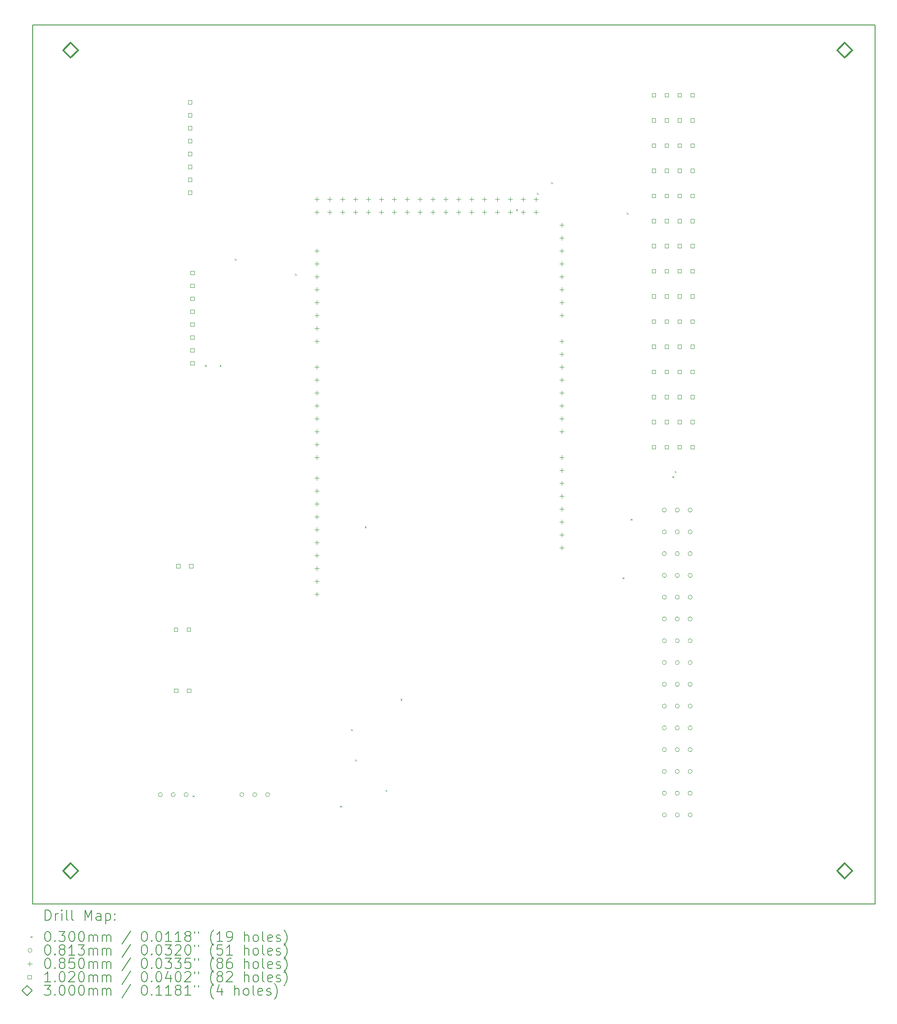
<source format=gbr>
%TF.GenerationSoftware,KiCad,Pcbnew,9.0.3*%
%TF.CreationDate,2025-08-21T13:11:43+03:00*%
%TF.ProjectId,Solar Cooling Project,536f6c61-7220-4436-9f6f-6c696e672050,rev?*%
%TF.SameCoordinates,Original*%
%TF.FileFunction,Drillmap*%
%TF.FilePolarity,Positive*%
%FSLAX45Y45*%
G04 Gerber Fmt 4.5, Leading zero omitted, Abs format (unit mm)*
G04 Created by KiCad (PCBNEW 9.0.3) date 2025-08-21 13:11:43*
%MOMM*%
%LPD*%
G01*
G04 APERTURE LIST*
%ADD10C,0.200000*%
%ADD11C,0.100000*%
%ADD12C,0.102000*%
%ADD13C,0.300000*%
G04 APERTURE END LIST*
D10*
X1700000Y-18750000D02*
X1700000Y-1450000D01*
X1950000Y-18750000D02*
X1700000Y-18750000D01*
X18300000Y-18750000D02*
X1950000Y-18750000D01*
X1700000Y-1450000D02*
X18300000Y-1450000D01*
X18300000Y-1450000D02*
X18300000Y-18750000D01*
D11*
X4854760Y-16617200D02*
X4884760Y-16647200D01*
X4884760Y-16617200D02*
X4854760Y-16647200D01*
X5094480Y-8143630D02*
X5124480Y-8173630D01*
X5124480Y-8143630D02*
X5094480Y-8173630D01*
X5384880Y-8143630D02*
X5414880Y-8173630D01*
X5414880Y-8143630D02*
X5384880Y-8173630D01*
X5681670Y-6053220D02*
X5711670Y-6083220D01*
X5711670Y-6053220D02*
X5681670Y-6083220D01*
X6868830Y-6351850D02*
X6898830Y-6381850D01*
X6898830Y-6351850D02*
X6868830Y-6381850D01*
X7759200Y-16816930D02*
X7789200Y-16846930D01*
X7789200Y-16816930D02*
X7759200Y-16846930D01*
X7975540Y-15310750D02*
X8005540Y-15340750D01*
X8005540Y-15310750D02*
X7975540Y-15340750D01*
X8055990Y-15908010D02*
X8085990Y-15938010D01*
X8085990Y-15908010D02*
X8055990Y-15938010D01*
X8246440Y-11319870D02*
X8276440Y-11349870D01*
X8276440Y-11319870D02*
X8246440Y-11349870D01*
X8649570Y-16505270D02*
X8679570Y-16535270D01*
X8679570Y-16505270D02*
X8649570Y-16535270D01*
X8946360Y-14713490D02*
X8976360Y-14743490D01*
X8976360Y-14713490D02*
X8946360Y-14743490D01*
X11226690Y-5080370D02*
X11256690Y-5110370D01*
X11256690Y-5080370D02*
X11226690Y-5110370D01*
X11634240Y-4756040D02*
X11664240Y-4786040D01*
X11664240Y-4756040D02*
X11634240Y-4786040D01*
X11914260Y-4548180D02*
X11944260Y-4578180D01*
X11944260Y-4548180D02*
X11914260Y-4578180D01*
X13321660Y-12324450D02*
X13351660Y-12354450D01*
X13351660Y-12324450D02*
X13321660Y-12354450D01*
X13406000Y-5149540D02*
X13436000Y-5179540D01*
X13436000Y-5149540D02*
X13406000Y-5179540D01*
X13482550Y-11171040D02*
X13512550Y-11201040D01*
X13512550Y-11171040D02*
X13482550Y-11201040D01*
X14303910Y-10333200D02*
X14333910Y-10363200D01*
X14333910Y-10333200D02*
X14303910Y-10363200D01*
X14347870Y-10232570D02*
X14377870Y-10262570D01*
X14377870Y-10232570D02*
X14347870Y-10262570D01*
X4259640Y-16600000D02*
G75*
G02*
X4178360Y-16600000I-40640J0D01*
G01*
X4178360Y-16600000D02*
G75*
G02*
X4259640Y-16600000I40640J0D01*
G01*
X4513640Y-16600000D02*
G75*
G02*
X4432360Y-16600000I-40640J0D01*
G01*
X4432360Y-16600000D02*
G75*
G02*
X4513640Y-16600000I40640J0D01*
G01*
X4767640Y-16600000D02*
G75*
G02*
X4686360Y-16600000I-40640J0D01*
G01*
X4686360Y-16600000D02*
G75*
G02*
X4767640Y-16600000I40640J0D01*
G01*
X5863640Y-16600000D02*
G75*
G02*
X5782360Y-16600000I-40640J0D01*
G01*
X5782360Y-16600000D02*
G75*
G02*
X5863640Y-16600000I40640J0D01*
G01*
X6117640Y-16600000D02*
G75*
G02*
X6036360Y-16600000I-40640J0D01*
G01*
X6036360Y-16600000D02*
G75*
G02*
X6117640Y-16600000I40640J0D01*
G01*
X6371640Y-16600000D02*
G75*
G02*
X6290360Y-16600000I-40640J0D01*
G01*
X6290360Y-16600000D02*
G75*
G02*
X6371640Y-16600000I40640J0D01*
G01*
X14186640Y-11000000D02*
G75*
G02*
X14105360Y-11000000I-40640J0D01*
G01*
X14105360Y-11000000D02*
G75*
G02*
X14186640Y-11000000I40640J0D01*
G01*
X14186640Y-11428570D02*
G75*
G02*
X14105360Y-11428570I-40640J0D01*
G01*
X14105360Y-11428570D02*
G75*
G02*
X14186640Y-11428570I40640J0D01*
G01*
X14186640Y-11857140D02*
G75*
G02*
X14105360Y-11857140I-40640J0D01*
G01*
X14105360Y-11857140D02*
G75*
G02*
X14186640Y-11857140I40640J0D01*
G01*
X14186640Y-12285710D02*
G75*
G02*
X14105360Y-12285710I-40640J0D01*
G01*
X14105360Y-12285710D02*
G75*
G02*
X14186640Y-12285710I40640J0D01*
G01*
X14186640Y-12714290D02*
G75*
G02*
X14105360Y-12714290I-40640J0D01*
G01*
X14105360Y-12714290D02*
G75*
G02*
X14186640Y-12714290I40640J0D01*
G01*
X14186640Y-13142860D02*
G75*
G02*
X14105360Y-13142860I-40640J0D01*
G01*
X14105360Y-13142860D02*
G75*
G02*
X14186640Y-13142860I40640J0D01*
G01*
X14186640Y-13571430D02*
G75*
G02*
X14105360Y-13571430I-40640J0D01*
G01*
X14105360Y-13571430D02*
G75*
G02*
X14186640Y-13571430I40640J0D01*
G01*
X14186640Y-14000000D02*
G75*
G02*
X14105360Y-14000000I-40640J0D01*
G01*
X14105360Y-14000000D02*
G75*
G02*
X14186640Y-14000000I40640J0D01*
G01*
X14186640Y-14428570D02*
G75*
G02*
X14105360Y-14428570I-40640J0D01*
G01*
X14105360Y-14428570D02*
G75*
G02*
X14186640Y-14428570I40640J0D01*
G01*
X14186640Y-14857140D02*
G75*
G02*
X14105360Y-14857140I-40640J0D01*
G01*
X14105360Y-14857140D02*
G75*
G02*
X14186640Y-14857140I40640J0D01*
G01*
X14186640Y-15285710D02*
G75*
G02*
X14105360Y-15285710I-40640J0D01*
G01*
X14105360Y-15285710D02*
G75*
G02*
X14186640Y-15285710I40640J0D01*
G01*
X14186640Y-15714290D02*
G75*
G02*
X14105360Y-15714290I-40640J0D01*
G01*
X14105360Y-15714290D02*
G75*
G02*
X14186640Y-15714290I40640J0D01*
G01*
X14186640Y-16142860D02*
G75*
G02*
X14105360Y-16142860I-40640J0D01*
G01*
X14105360Y-16142860D02*
G75*
G02*
X14186640Y-16142860I40640J0D01*
G01*
X14186640Y-16571430D02*
G75*
G02*
X14105360Y-16571430I-40640J0D01*
G01*
X14105360Y-16571430D02*
G75*
G02*
X14186640Y-16571430I40640J0D01*
G01*
X14186640Y-17000000D02*
G75*
G02*
X14105360Y-17000000I-40640J0D01*
G01*
X14105360Y-17000000D02*
G75*
G02*
X14186640Y-17000000I40640J0D01*
G01*
X14440640Y-11000000D02*
G75*
G02*
X14359360Y-11000000I-40640J0D01*
G01*
X14359360Y-11000000D02*
G75*
G02*
X14440640Y-11000000I40640J0D01*
G01*
X14440640Y-11428570D02*
G75*
G02*
X14359360Y-11428570I-40640J0D01*
G01*
X14359360Y-11428570D02*
G75*
G02*
X14440640Y-11428570I40640J0D01*
G01*
X14440640Y-11857140D02*
G75*
G02*
X14359360Y-11857140I-40640J0D01*
G01*
X14359360Y-11857140D02*
G75*
G02*
X14440640Y-11857140I40640J0D01*
G01*
X14440640Y-12285710D02*
G75*
G02*
X14359360Y-12285710I-40640J0D01*
G01*
X14359360Y-12285710D02*
G75*
G02*
X14440640Y-12285710I40640J0D01*
G01*
X14440640Y-12714290D02*
G75*
G02*
X14359360Y-12714290I-40640J0D01*
G01*
X14359360Y-12714290D02*
G75*
G02*
X14440640Y-12714290I40640J0D01*
G01*
X14440640Y-13142860D02*
G75*
G02*
X14359360Y-13142860I-40640J0D01*
G01*
X14359360Y-13142860D02*
G75*
G02*
X14440640Y-13142860I40640J0D01*
G01*
X14440640Y-13571430D02*
G75*
G02*
X14359360Y-13571430I-40640J0D01*
G01*
X14359360Y-13571430D02*
G75*
G02*
X14440640Y-13571430I40640J0D01*
G01*
X14440640Y-14000000D02*
G75*
G02*
X14359360Y-14000000I-40640J0D01*
G01*
X14359360Y-14000000D02*
G75*
G02*
X14440640Y-14000000I40640J0D01*
G01*
X14440640Y-14428570D02*
G75*
G02*
X14359360Y-14428570I-40640J0D01*
G01*
X14359360Y-14428570D02*
G75*
G02*
X14440640Y-14428570I40640J0D01*
G01*
X14440640Y-14857140D02*
G75*
G02*
X14359360Y-14857140I-40640J0D01*
G01*
X14359360Y-14857140D02*
G75*
G02*
X14440640Y-14857140I40640J0D01*
G01*
X14440640Y-15285710D02*
G75*
G02*
X14359360Y-15285710I-40640J0D01*
G01*
X14359360Y-15285710D02*
G75*
G02*
X14440640Y-15285710I40640J0D01*
G01*
X14440640Y-15714290D02*
G75*
G02*
X14359360Y-15714290I-40640J0D01*
G01*
X14359360Y-15714290D02*
G75*
G02*
X14440640Y-15714290I40640J0D01*
G01*
X14440640Y-16142860D02*
G75*
G02*
X14359360Y-16142860I-40640J0D01*
G01*
X14359360Y-16142860D02*
G75*
G02*
X14440640Y-16142860I40640J0D01*
G01*
X14440640Y-16571430D02*
G75*
G02*
X14359360Y-16571430I-40640J0D01*
G01*
X14359360Y-16571430D02*
G75*
G02*
X14440640Y-16571430I40640J0D01*
G01*
X14440640Y-17000000D02*
G75*
G02*
X14359360Y-17000000I-40640J0D01*
G01*
X14359360Y-17000000D02*
G75*
G02*
X14440640Y-17000000I40640J0D01*
G01*
X14694640Y-11000000D02*
G75*
G02*
X14613360Y-11000000I-40640J0D01*
G01*
X14613360Y-11000000D02*
G75*
G02*
X14694640Y-11000000I40640J0D01*
G01*
X14694640Y-11428570D02*
G75*
G02*
X14613360Y-11428570I-40640J0D01*
G01*
X14613360Y-11428570D02*
G75*
G02*
X14694640Y-11428570I40640J0D01*
G01*
X14694640Y-11857140D02*
G75*
G02*
X14613360Y-11857140I-40640J0D01*
G01*
X14613360Y-11857140D02*
G75*
G02*
X14694640Y-11857140I40640J0D01*
G01*
X14694640Y-12285710D02*
G75*
G02*
X14613360Y-12285710I-40640J0D01*
G01*
X14613360Y-12285710D02*
G75*
G02*
X14694640Y-12285710I40640J0D01*
G01*
X14694640Y-12714290D02*
G75*
G02*
X14613360Y-12714290I-40640J0D01*
G01*
X14613360Y-12714290D02*
G75*
G02*
X14694640Y-12714290I40640J0D01*
G01*
X14694640Y-13142860D02*
G75*
G02*
X14613360Y-13142860I-40640J0D01*
G01*
X14613360Y-13142860D02*
G75*
G02*
X14694640Y-13142860I40640J0D01*
G01*
X14694640Y-13571430D02*
G75*
G02*
X14613360Y-13571430I-40640J0D01*
G01*
X14613360Y-13571430D02*
G75*
G02*
X14694640Y-13571430I40640J0D01*
G01*
X14694640Y-14000000D02*
G75*
G02*
X14613360Y-14000000I-40640J0D01*
G01*
X14613360Y-14000000D02*
G75*
G02*
X14694640Y-14000000I40640J0D01*
G01*
X14694640Y-14428570D02*
G75*
G02*
X14613360Y-14428570I-40640J0D01*
G01*
X14613360Y-14428570D02*
G75*
G02*
X14694640Y-14428570I40640J0D01*
G01*
X14694640Y-14857140D02*
G75*
G02*
X14613360Y-14857140I-40640J0D01*
G01*
X14613360Y-14857140D02*
G75*
G02*
X14694640Y-14857140I40640J0D01*
G01*
X14694640Y-15285710D02*
G75*
G02*
X14613360Y-15285710I-40640J0D01*
G01*
X14613360Y-15285710D02*
G75*
G02*
X14694640Y-15285710I40640J0D01*
G01*
X14694640Y-15714290D02*
G75*
G02*
X14613360Y-15714290I-40640J0D01*
G01*
X14613360Y-15714290D02*
G75*
G02*
X14694640Y-15714290I40640J0D01*
G01*
X14694640Y-16142860D02*
G75*
G02*
X14613360Y-16142860I-40640J0D01*
G01*
X14613360Y-16142860D02*
G75*
G02*
X14694640Y-16142860I40640J0D01*
G01*
X14694640Y-16571430D02*
G75*
G02*
X14613360Y-16571430I-40640J0D01*
G01*
X14613360Y-16571430D02*
G75*
G02*
X14694640Y-16571430I40640J0D01*
G01*
X14694640Y-17000000D02*
G75*
G02*
X14613360Y-17000000I-40640J0D01*
G01*
X14613360Y-17000000D02*
G75*
G02*
X14694640Y-17000000I40640J0D01*
G01*
X7300000Y-4843100D02*
X7300000Y-4928100D01*
X7257500Y-4885600D02*
X7342500Y-4885600D01*
X7300000Y-5097100D02*
X7300000Y-5182100D01*
X7257500Y-5139600D02*
X7342500Y-5139600D01*
X7300000Y-5859100D02*
X7300000Y-5944100D01*
X7257500Y-5901600D02*
X7342500Y-5901600D01*
X7300000Y-6113100D02*
X7300000Y-6198100D01*
X7257500Y-6155600D02*
X7342500Y-6155600D01*
X7300000Y-6367100D02*
X7300000Y-6452100D01*
X7257500Y-6409600D02*
X7342500Y-6409600D01*
X7300000Y-6621100D02*
X7300000Y-6706100D01*
X7257500Y-6663600D02*
X7342500Y-6663600D01*
X7300000Y-6875100D02*
X7300000Y-6960100D01*
X7257500Y-6917600D02*
X7342500Y-6917600D01*
X7300000Y-7129100D02*
X7300000Y-7214100D01*
X7257500Y-7171600D02*
X7342500Y-7171600D01*
X7300000Y-7383100D02*
X7300000Y-7468100D01*
X7257500Y-7425600D02*
X7342500Y-7425600D01*
X7300000Y-7637100D02*
X7300000Y-7722100D01*
X7257500Y-7679600D02*
X7342500Y-7679600D01*
X7300000Y-8145100D02*
X7300000Y-8230100D01*
X7257500Y-8187600D02*
X7342500Y-8187600D01*
X7300000Y-8399100D02*
X7300000Y-8484100D01*
X7257500Y-8441600D02*
X7342500Y-8441600D01*
X7300000Y-8653100D02*
X7300000Y-8738100D01*
X7257500Y-8695600D02*
X7342500Y-8695600D01*
X7300000Y-8907100D02*
X7300000Y-8992100D01*
X7257500Y-8949600D02*
X7342500Y-8949600D01*
X7300000Y-9161100D02*
X7300000Y-9246100D01*
X7257500Y-9203600D02*
X7342500Y-9203600D01*
X7300000Y-9415100D02*
X7300000Y-9500100D01*
X7257500Y-9457600D02*
X7342500Y-9457600D01*
X7300000Y-9669100D02*
X7300000Y-9754100D01*
X7257500Y-9711600D02*
X7342500Y-9711600D01*
X7300000Y-9923100D02*
X7300000Y-10008100D01*
X7257500Y-9965600D02*
X7342500Y-9965600D01*
X7300000Y-10329500D02*
X7300000Y-10414500D01*
X7257500Y-10372000D02*
X7342500Y-10372000D01*
X7300000Y-10583500D02*
X7300000Y-10668500D01*
X7257500Y-10626000D02*
X7342500Y-10626000D01*
X7300000Y-10837500D02*
X7300000Y-10922500D01*
X7257500Y-10880000D02*
X7342500Y-10880000D01*
X7300000Y-11091500D02*
X7300000Y-11176500D01*
X7257500Y-11134000D02*
X7342500Y-11134000D01*
X7300000Y-11345500D02*
X7300000Y-11430500D01*
X7257500Y-11388000D02*
X7342500Y-11388000D01*
X7300000Y-11599500D02*
X7300000Y-11684500D01*
X7257500Y-11642000D02*
X7342500Y-11642000D01*
X7300000Y-11853500D02*
X7300000Y-11938500D01*
X7257500Y-11896000D02*
X7342500Y-11896000D01*
X7300000Y-12107500D02*
X7300000Y-12192500D01*
X7257500Y-12150000D02*
X7342500Y-12150000D01*
X7300000Y-12361500D02*
X7300000Y-12446500D01*
X7257500Y-12404000D02*
X7342500Y-12404000D01*
X7300000Y-12615500D02*
X7300000Y-12700500D01*
X7257500Y-12658000D02*
X7342500Y-12658000D01*
X7554000Y-4843100D02*
X7554000Y-4928100D01*
X7511500Y-4885600D02*
X7596500Y-4885600D01*
X7554000Y-5097100D02*
X7554000Y-5182100D01*
X7511500Y-5139600D02*
X7596500Y-5139600D01*
X7808000Y-4843100D02*
X7808000Y-4928100D01*
X7765500Y-4885600D02*
X7850500Y-4885600D01*
X7808000Y-5097100D02*
X7808000Y-5182100D01*
X7765500Y-5139600D02*
X7850500Y-5139600D01*
X8062000Y-4843100D02*
X8062000Y-4928100D01*
X8019500Y-4885600D02*
X8104500Y-4885600D01*
X8062000Y-5097100D02*
X8062000Y-5182100D01*
X8019500Y-5139600D02*
X8104500Y-5139600D01*
X8316000Y-4843100D02*
X8316000Y-4928100D01*
X8273500Y-4885600D02*
X8358500Y-4885600D01*
X8316000Y-5097100D02*
X8316000Y-5182100D01*
X8273500Y-5139600D02*
X8358500Y-5139600D01*
X8570000Y-4843100D02*
X8570000Y-4928100D01*
X8527500Y-4885600D02*
X8612500Y-4885600D01*
X8570000Y-5097100D02*
X8570000Y-5182100D01*
X8527500Y-5139600D02*
X8612500Y-5139600D01*
X8824000Y-4843100D02*
X8824000Y-4928100D01*
X8781500Y-4885600D02*
X8866500Y-4885600D01*
X8824000Y-5097100D02*
X8824000Y-5182100D01*
X8781500Y-5139600D02*
X8866500Y-5139600D01*
X9078000Y-4843100D02*
X9078000Y-4928100D01*
X9035500Y-4885600D02*
X9120500Y-4885600D01*
X9078000Y-5097100D02*
X9078000Y-5182100D01*
X9035500Y-5139600D02*
X9120500Y-5139600D01*
X9332000Y-4843100D02*
X9332000Y-4928100D01*
X9289500Y-4885600D02*
X9374500Y-4885600D01*
X9332000Y-5097100D02*
X9332000Y-5182100D01*
X9289500Y-5139600D02*
X9374500Y-5139600D01*
X9586000Y-4843100D02*
X9586000Y-4928100D01*
X9543500Y-4885600D02*
X9628500Y-4885600D01*
X9586000Y-5097100D02*
X9586000Y-5182100D01*
X9543500Y-5139600D02*
X9628500Y-5139600D01*
X9840000Y-4843100D02*
X9840000Y-4928100D01*
X9797500Y-4885600D02*
X9882500Y-4885600D01*
X9840000Y-5097100D02*
X9840000Y-5182100D01*
X9797500Y-5139600D02*
X9882500Y-5139600D01*
X10094000Y-4843100D02*
X10094000Y-4928100D01*
X10051500Y-4885600D02*
X10136500Y-4885600D01*
X10094000Y-5097100D02*
X10094000Y-5182100D01*
X10051500Y-5139600D02*
X10136500Y-5139600D01*
X10348000Y-4843100D02*
X10348000Y-4928100D01*
X10305500Y-4885600D02*
X10390500Y-4885600D01*
X10348000Y-5097100D02*
X10348000Y-5182100D01*
X10305500Y-5139600D02*
X10390500Y-5139600D01*
X10602000Y-4843100D02*
X10602000Y-4928100D01*
X10559500Y-4885600D02*
X10644500Y-4885600D01*
X10602000Y-5097100D02*
X10602000Y-5182100D01*
X10559500Y-5139600D02*
X10644500Y-5139600D01*
X10856000Y-4843100D02*
X10856000Y-4928100D01*
X10813500Y-4885600D02*
X10898500Y-4885600D01*
X10856000Y-5097100D02*
X10856000Y-5182100D01*
X10813500Y-5139600D02*
X10898500Y-5139600D01*
X11110000Y-4843100D02*
X11110000Y-4928100D01*
X11067500Y-4885600D02*
X11152500Y-4885600D01*
X11110000Y-5097100D02*
X11110000Y-5182100D01*
X11067500Y-5139600D02*
X11152500Y-5139600D01*
X11364000Y-4843100D02*
X11364000Y-4928100D01*
X11321500Y-4885600D02*
X11406500Y-4885600D01*
X11364000Y-5097100D02*
X11364000Y-5182100D01*
X11321500Y-5139600D02*
X11406500Y-5139600D01*
X11618000Y-4843100D02*
X11618000Y-4928100D01*
X11575500Y-4885600D02*
X11660500Y-4885600D01*
X11618000Y-5097100D02*
X11618000Y-5182100D01*
X11575500Y-5139600D02*
X11660500Y-5139600D01*
X12126000Y-5351100D02*
X12126000Y-5436100D01*
X12083500Y-5393600D02*
X12168500Y-5393600D01*
X12126000Y-5605100D02*
X12126000Y-5690100D01*
X12083500Y-5647600D02*
X12168500Y-5647600D01*
X12126000Y-5859100D02*
X12126000Y-5944100D01*
X12083500Y-5901600D02*
X12168500Y-5901600D01*
X12126000Y-6113100D02*
X12126000Y-6198100D01*
X12083500Y-6155600D02*
X12168500Y-6155600D01*
X12126000Y-6367100D02*
X12126000Y-6452100D01*
X12083500Y-6409600D02*
X12168500Y-6409600D01*
X12126000Y-6621100D02*
X12126000Y-6706100D01*
X12083500Y-6663600D02*
X12168500Y-6663600D01*
X12126000Y-6875100D02*
X12126000Y-6960100D01*
X12083500Y-6917600D02*
X12168500Y-6917600D01*
X12126000Y-7129100D02*
X12126000Y-7214100D01*
X12083500Y-7171600D02*
X12168500Y-7171600D01*
X12126000Y-7637100D02*
X12126000Y-7722100D01*
X12083500Y-7679600D02*
X12168500Y-7679600D01*
X12126000Y-7891100D02*
X12126000Y-7976100D01*
X12083500Y-7933600D02*
X12168500Y-7933600D01*
X12126000Y-8145100D02*
X12126000Y-8230100D01*
X12083500Y-8187600D02*
X12168500Y-8187600D01*
X12126000Y-8399100D02*
X12126000Y-8484100D01*
X12083500Y-8441600D02*
X12168500Y-8441600D01*
X12126000Y-8653100D02*
X12126000Y-8738100D01*
X12083500Y-8695600D02*
X12168500Y-8695600D01*
X12126000Y-8907100D02*
X12126000Y-8992100D01*
X12083500Y-8949600D02*
X12168500Y-8949600D01*
X12126000Y-9161100D02*
X12126000Y-9246100D01*
X12083500Y-9203600D02*
X12168500Y-9203600D01*
X12126000Y-9415100D02*
X12126000Y-9500100D01*
X12083500Y-9457600D02*
X12168500Y-9457600D01*
X12126000Y-9923100D02*
X12126000Y-10008100D01*
X12083500Y-9965600D02*
X12168500Y-9965600D01*
X12126000Y-10177100D02*
X12126000Y-10262100D01*
X12083500Y-10219600D02*
X12168500Y-10219600D01*
X12126000Y-10431100D02*
X12126000Y-10516100D01*
X12083500Y-10473600D02*
X12168500Y-10473600D01*
X12126000Y-10685100D02*
X12126000Y-10770100D01*
X12083500Y-10727600D02*
X12168500Y-10727600D01*
X12126000Y-10939100D02*
X12126000Y-11024100D01*
X12083500Y-10981600D02*
X12168500Y-10981600D01*
X12126000Y-11193100D02*
X12126000Y-11278100D01*
X12083500Y-11235600D02*
X12168500Y-11235600D01*
X12126000Y-11447100D02*
X12126000Y-11532100D01*
X12083500Y-11489600D02*
X12168500Y-11489600D01*
X12126000Y-11701100D02*
X12126000Y-11786100D01*
X12083500Y-11743600D02*
X12168500Y-11743600D01*
D12*
X4559063Y-13386063D02*
X4559063Y-13313937D01*
X4486937Y-13313937D01*
X4486937Y-13386063D01*
X4559063Y-13386063D01*
X4563063Y-14586063D02*
X4563063Y-14513937D01*
X4490937Y-14513937D01*
X4490937Y-14586063D01*
X4563063Y-14586063D01*
X4605063Y-12136063D02*
X4605063Y-12063937D01*
X4532937Y-12063937D01*
X4532937Y-12136063D01*
X4605063Y-12136063D01*
X4813063Y-13386063D02*
X4813063Y-13313937D01*
X4740937Y-13313937D01*
X4740937Y-13386063D01*
X4813063Y-13386063D01*
X4817063Y-14586063D02*
X4817063Y-14513937D01*
X4744937Y-14513937D01*
X4744937Y-14586063D01*
X4817063Y-14586063D01*
X4836063Y-3008063D02*
X4836063Y-2935937D01*
X4763937Y-2935937D01*
X4763937Y-3008063D01*
X4836063Y-3008063D01*
X4836063Y-3262063D02*
X4836063Y-3189937D01*
X4763937Y-3189937D01*
X4763937Y-3262063D01*
X4836063Y-3262063D01*
X4836063Y-3516063D02*
X4836063Y-3443937D01*
X4763937Y-3443937D01*
X4763937Y-3516063D01*
X4836063Y-3516063D01*
X4836063Y-3770063D02*
X4836063Y-3697937D01*
X4763937Y-3697937D01*
X4763937Y-3770063D01*
X4836063Y-3770063D01*
X4836063Y-4024063D02*
X4836063Y-3951937D01*
X4763937Y-3951937D01*
X4763937Y-4024063D01*
X4836063Y-4024063D01*
X4836063Y-4278063D02*
X4836063Y-4205937D01*
X4763937Y-4205937D01*
X4763937Y-4278063D01*
X4836063Y-4278063D01*
X4836063Y-4532063D02*
X4836063Y-4459937D01*
X4763937Y-4459937D01*
X4763937Y-4532063D01*
X4836063Y-4532063D01*
X4836063Y-4786063D02*
X4836063Y-4713937D01*
X4763937Y-4713937D01*
X4763937Y-4786063D01*
X4836063Y-4786063D01*
X4859063Y-12136063D02*
X4859063Y-12063937D01*
X4786937Y-12063937D01*
X4786937Y-12136063D01*
X4859063Y-12136063D01*
X4886063Y-6366063D02*
X4886063Y-6293937D01*
X4813937Y-6293937D01*
X4813937Y-6366063D01*
X4886063Y-6366063D01*
X4886063Y-6620063D02*
X4886063Y-6547937D01*
X4813937Y-6547937D01*
X4813937Y-6620063D01*
X4886063Y-6620063D01*
X4886063Y-6874063D02*
X4886063Y-6801937D01*
X4813937Y-6801937D01*
X4813937Y-6874063D01*
X4886063Y-6874063D01*
X4886063Y-7128063D02*
X4886063Y-7055937D01*
X4813937Y-7055937D01*
X4813937Y-7128063D01*
X4886063Y-7128063D01*
X4886063Y-7382063D02*
X4886063Y-7309937D01*
X4813937Y-7309937D01*
X4813937Y-7382063D01*
X4886063Y-7382063D01*
X4886063Y-7636063D02*
X4886063Y-7563937D01*
X4813937Y-7563937D01*
X4813937Y-7636063D01*
X4886063Y-7636063D01*
X4886063Y-7890063D02*
X4886063Y-7817937D01*
X4813937Y-7817937D01*
X4813937Y-7890063D01*
X4886063Y-7890063D01*
X4886063Y-8144063D02*
X4886063Y-8071937D01*
X4813937Y-8071937D01*
X4813937Y-8144063D01*
X4886063Y-8144063D01*
X13974063Y-2870923D02*
X13974063Y-2798797D01*
X13901937Y-2798797D01*
X13901937Y-2870923D01*
X13974063Y-2870923D01*
X13974063Y-3365633D02*
X13974063Y-3293507D01*
X13901937Y-3293507D01*
X13901937Y-3365633D01*
X13974063Y-3365633D01*
X13974063Y-3860353D02*
X13974063Y-3788227D01*
X13901937Y-3788227D01*
X13901937Y-3860353D01*
X13974063Y-3860353D01*
X13974063Y-4355063D02*
X13974063Y-4282937D01*
X13901937Y-4282937D01*
X13901937Y-4355063D01*
X13974063Y-4355063D01*
X13974063Y-4849773D02*
X13974063Y-4777647D01*
X13901937Y-4777647D01*
X13901937Y-4849773D01*
X13974063Y-4849773D01*
X13974063Y-5344493D02*
X13974063Y-5272367D01*
X13901937Y-5272367D01*
X13901937Y-5344493D01*
X13974063Y-5344493D01*
X13974063Y-5839203D02*
X13974063Y-5767077D01*
X13901937Y-5767077D01*
X13901937Y-5839203D01*
X13974063Y-5839203D01*
X13974063Y-6333923D02*
X13974063Y-6261797D01*
X13901937Y-6261797D01*
X13901937Y-6333923D01*
X13974063Y-6333923D01*
X13974063Y-6828633D02*
X13974063Y-6756507D01*
X13901937Y-6756507D01*
X13901937Y-6828633D01*
X13974063Y-6828633D01*
X13974063Y-7323353D02*
X13974063Y-7251227D01*
X13901937Y-7251227D01*
X13901937Y-7323353D01*
X13974063Y-7323353D01*
X13974063Y-7818063D02*
X13974063Y-7745937D01*
X13901937Y-7745937D01*
X13901937Y-7818063D01*
X13974063Y-7818063D01*
X13974063Y-8312773D02*
X13974063Y-8240647D01*
X13901937Y-8240647D01*
X13901937Y-8312773D01*
X13974063Y-8312773D01*
X13974063Y-8807493D02*
X13974063Y-8735367D01*
X13901937Y-8735367D01*
X13901937Y-8807493D01*
X13974063Y-8807493D01*
X13974063Y-9302203D02*
X13974063Y-9230077D01*
X13901937Y-9230077D01*
X13901937Y-9302203D01*
X13974063Y-9302203D01*
X13974063Y-9796923D02*
X13974063Y-9724797D01*
X13901937Y-9724797D01*
X13901937Y-9796923D01*
X13974063Y-9796923D01*
X14228063Y-2870923D02*
X14228063Y-2798797D01*
X14155937Y-2798797D01*
X14155937Y-2870923D01*
X14228063Y-2870923D01*
X14228063Y-3365633D02*
X14228063Y-3293507D01*
X14155937Y-3293507D01*
X14155937Y-3365633D01*
X14228063Y-3365633D01*
X14228063Y-3860353D02*
X14228063Y-3788227D01*
X14155937Y-3788227D01*
X14155937Y-3860353D01*
X14228063Y-3860353D01*
X14228063Y-4355063D02*
X14228063Y-4282937D01*
X14155937Y-4282937D01*
X14155937Y-4355063D01*
X14228063Y-4355063D01*
X14228063Y-4849773D02*
X14228063Y-4777647D01*
X14155937Y-4777647D01*
X14155937Y-4849773D01*
X14228063Y-4849773D01*
X14228063Y-5344493D02*
X14228063Y-5272367D01*
X14155937Y-5272367D01*
X14155937Y-5344493D01*
X14228063Y-5344493D01*
X14228063Y-5839203D02*
X14228063Y-5767077D01*
X14155937Y-5767077D01*
X14155937Y-5839203D01*
X14228063Y-5839203D01*
X14228063Y-6333923D02*
X14228063Y-6261797D01*
X14155937Y-6261797D01*
X14155937Y-6333923D01*
X14228063Y-6333923D01*
X14228063Y-6828633D02*
X14228063Y-6756507D01*
X14155937Y-6756507D01*
X14155937Y-6828633D01*
X14228063Y-6828633D01*
X14228063Y-7323353D02*
X14228063Y-7251227D01*
X14155937Y-7251227D01*
X14155937Y-7323353D01*
X14228063Y-7323353D01*
X14228063Y-7818063D02*
X14228063Y-7745937D01*
X14155937Y-7745937D01*
X14155937Y-7818063D01*
X14228063Y-7818063D01*
X14228063Y-8312773D02*
X14228063Y-8240647D01*
X14155937Y-8240647D01*
X14155937Y-8312773D01*
X14228063Y-8312773D01*
X14228063Y-8807493D02*
X14228063Y-8735367D01*
X14155937Y-8735367D01*
X14155937Y-8807493D01*
X14228063Y-8807493D01*
X14228063Y-9302203D02*
X14228063Y-9230077D01*
X14155937Y-9230077D01*
X14155937Y-9302203D01*
X14228063Y-9302203D01*
X14228063Y-9796923D02*
X14228063Y-9724797D01*
X14155937Y-9724797D01*
X14155937Y-9796923D01*
X14228063Y-9796923D01*
X14482063Y-2870923D02*
X14482063Y-2798797D01*
X14409937Y-2798797D01*
X14409937Y-2870923D01*
X14482063Y-2870923D01*
X14482063Y-3365633D02*
X14482063Y-3293507D01*
X14409937Y-3293507D01*
X14409937Y-3365633D01*
X14482063Y-3365633D01*
X14482063Y-3860353D02*
X14482063Y-3788227D01*
X14409937Y-3788227D01*
X14409937Y-3860353D01*
X14482063Y-3860353D01*
X14482063Y-4355063D02*
X14482063Y-4282937D01*
X14409937Y-4282937D01*
X14409937Y-4355063D01*
X14482063Y-4355063D01*
X14482063Y-4849773D02*
X14482063Y-4777647D01*
X14409937Y-4777647D01*
X14409937Y-4849773D01*
X14482063Y-4849773D01*
X14482063Y-5344493D02*
X14482063Y-5272367D01*
X14409937Y-5272367D01*
X14409937Y-5344493D01*
X14482063Y-5344493D01*
X14482063Y-5839203D02*
X14482063Y-5767077D01*
X14409937Y-5767077D01*
X14409937Y-5839203D01*
X14482063Y-5839203D01*
X14482063Y-6333923D02*
X14482063Y-6261797D01*
X14409937Y-6261797D01*
X14409937Y-6333923D01*
X14482063Y-6333923D01*
X14482063Y-6828633D02*
X14482063Y-6756507D01*
X14409937Y-6756507D01*
X14409937Y-6828633D01*
X14482063Y-6828633D01*
X14482063Y-7323353D02*
X14482063Y-7251227D01*
X14409937Y-7251227D01*
X14409937Y-7323353D01*
X14482063Y-7323353D01*
X14482063Y-7818063D02*
X14482063Y-7745937D01*
X14409937Y-7745937D01*
X14409937Y-7818063D01*
X14482063Y-7818063D01*
X14482063Y-8312773D02*
X14482063Y-8240647D01*
X14409937Y-8240647D01*
X14409937Y-8312773D01*
X14482063Y-8312773D01*
X14482063Y-8807493D02*
X14482063Y-8735367D01*
X14409937Y-8735367D01*
X14409937Y-8807493D01*
X14482063Y-8807493D01*
X14482063Y-9302203D02*
X14482063Y-9230077D01*
X14409937Y-9230077D01*
X14409937Y-9302203D01*
X14482063Y-9302203D01*
X14482063Y-9796923D02*
X14482063Y-9724797D01*
X14409937Y-9724797D01*
X14409937Y-9796923D01*
X14482063Y-9796923D01*
X14736063Y-2870923D02*
X14736063Y-2798797D01*
X14663937Y-2798797D01*
X14663937Y-2870923D01*
X14736063Y-2870923D01*
X14736063Y-3365633D02*
X14736063Y-3293507D01*
X14663937Y-3293507D01*
X14663937Y-3365633D01*
X14736063Y-3365633D01*
X14736063Y-3860353D02*
X14736063Y-3788227D01*
X14663937Y-3788227D01*
X14663937Y-3860353D01*
X14736063Y-3860353D01*
X14736063Y-4355063D02*
X14736063Y-4282937D01*
X14663937Y-4282937D01*
X14663937Y-4355063D01*
X14736063Y-4355063D01*
X14736063Y-4849773D02*
X14736063Y-4777647D01*
X14663937Y-4777647D01*
X14663937Y-4849773D01*
X14736063Y-4849773D01*
X14736063Y-5344493D02*
X14736063Y-5272367D01*
X14663937Y-5272367D01*
X14663937Y-5344493D01*
X14736063Y-5344493D01*
X14736063Y-5839203D02*
X14736063Y-5767077D01*
X14663937Y-5767077D01*
X14663937Y-5839203D01*
X14736063Y-5839203D01*
X14736063Y-6333923D02*
X14736063Y-6261797D01*
X14663937Y-6261797D01*
X14663937Y-6333923D01*
X14736063Y-6333923D01*
X14736063Y-6828633D02*
X14736063Y-6756507D01*
X14663937Y-6756507D01*
X14663937Y-6828633D01*
X14736063Y-6828633D01*
X14736063Y-7323353D02*
X14736063Y-7251227D01*
X14663937Y-7251227D01*
X14663937Y-7323353D01*
X14736063Y-7323353D01*
X14736063Y-7818063D02*
X14736063Y-7745937D01*
X14663937Y-7745937D01*
X14663937Y-7818063D01*
X14736063Y-7818063D01*
X14736063Y-8312773D02*
X14736063Y-8240647D01*
X14663937Y-8240647D01*
X14663937Y-8312773D01*
X14736063Y-8312773D01*
X14736063Y-8807493D02*
X14736063Y-8735367D01*
X14663937Y-8735367D01*
X14663937Y-8807493D01*
X14736063Y-8807493D01*
X14736063Y-9302203D02*
X14736063Y-9230077D01*
X14663937Y-9230077D01*
X14663937Y-9302203D01*
X14736063Y-9302203D01*
X14736063Y-9796923D02*
X14736063Y-9724797D01*
X14663937Y-9724797D01*
X14663937Y-9796923D01*
X14736063Y-9796923D01*
D13*
X2450000Y-2100000D02*
X2600000Y-1950000D01*
X2450000Y-1800000D01*
X2300000Y-1950000D01*
X2450000Y-2100000D01*
X2450000Y-18250000D02*
X2600000Y-18100000D01*
X2450000Y-17950000D01*
X2300000Y-18100000D01*
X2450000Y-18250000D01*
X17700000Y-2100000D02*
X17850000Y-1950000D01*
X17700000Y-1800000D01*
X17550000Y-1950000D01*
X17700000Y-2100000D01*
X17700000Y-18250000D02*
X17850000Y-18100000D01*
X17700000Y-17950000D01*
X17550000Y-18100000D01*
X17700000Y-18250000D01*
D10*
X1950777Y-19071484D02*
X1950777Y-18871484D01*
X1950777Y-18871484D02*
X1998396Y-18871484D01*
X1998396Y-18871484D02*
X2026967Y-18881008D01*
X2026967Y-18881008D02*
X2046015Y-18900055D01*
X2046015Y-18900055D02*
X2055539Y-18919103D01*
X2055539Y-18919103D02*
X2065062Y-18957198D01*
X2065062Y-18957198D02*
X2065062Y-18985770D01*
X2065062Y-18985770D02*
X2055539Y-19023865D01*
X2055539Y-19023865D02*
X2046015Y-19042912D01*
X2046015Y-19042912D02*
X2026967Y-19061960D01*
X2026967Y-19061960D02*
X1998396Y-19071484D01*
X1998396Y-19071484D02*
X1950777Y-19071484D01*
X2150777Y-19071484D02*
X2150777Y-18938150D01*
X2150777Y-18976246D02*
X2160301Y-18957198D01*
X2160301Y-18957198D02*
X2169824Y-18947674D01*
X2169824Y-18947674D02*
X2188872Y-18938150D01*
X2188872Y-18938150D02*
X2207920Y-18938150D01*
X2274586Y-19071484D02*
X2274586Y-18938150D01*
X2274586Y-18871484D02*
X2265063Y-18881008D01*
X2265063Y-18881008D02*
X2274586Y-18890531D01*
X2274586Y-18890531D02*
X2284110Y-18881008D01*
X2284110Y-18881008D02*
X2274586Y-18871484D01*
X2274586Y-18871484D02*
X2274586Y-18890531D01*
X2398396Y-19071484D02*
X2379348Y-19061960D01*
X2379348Y-19061960D02*
X2369824Y-19042912D01*
X2369824Y-19042912D02*
X2369824Y-18871484D01*
X2503158Y-19071484D02*
X2484110Y-19061960D01*
X2484110Y-19061960D02*
X2474586Y-19042912D01*
X2474586Y-19042912D02*
X2474586Y-18871484D01*
X2731729Y-19071484D02*
X2731729Y-18871484D01*
X2731729Y-18871484D02*
X2798396Y-19014341D01*
X2798396Y-19014341D02*
X2865062Y-18871484D01*
X2865062Y-18871484D02*
X2865062Y-19071484D01*
X3046015Y-19071484D02*
X3046015Y-18966722D01*
X3046015Y-18966722D02*
X3036491Y-18947674D01*
X3036491Y-18947674D02*
X3017443Y-18938150D01*
X3017443Y-18938150D02*
X2979348Y-18938150D01*
X2979348Y-18938150D02*
X2960301Y-18947674D01*
X3046015Y-19061960D02*
X3026967Y-19071484D01*
X3026967Y-19071484D02*
X2979348Y-19071484D01*
X2979348Y-19071484D02*
X2960301Y-19061960D01*
X2960301Y-19061960D02*
X2950777Y-19042912D01*
X2950777Y-19042912D02*
X2950777Y-19023865D01*
X2950777Y-19023865D02*
X2960301Y-19004817D01*
X2960301Y-19004817D02*
X2979348Y-18995293D01*
X2979348Y-18995293D02*
X3026967Y-18995293D01*
X3026967Y-18995293D02*
X3046015Y-18985770D01*
X3141253Y-18938150D02*
X3141253Y-19138150D01*
X3141253Y-18947674D02*
X3160301Y-18938150D01*
X3160301Y-18938150D02*
X3198396Y-18938150D01*
X3198396Y-18938150D02*
X3217443Y-18947674D01*
X3217443Y-18947674D02*
X3226967Y-18957198D01*
X3226967Y-18957198D02*
X3236491Y-18976246D01*
X3236491Y-18976246D02*
X3236491Y-19033389D01*
X3236491Y-19033389D02*
X3226967Y-19052436D01*
X3226967Y-19052436D02*
X3217443Y-19061960D01*
X3217443Y-19061960D02*
X3198396Y-19071484D01*
X3198396Y-19071484D02*
X3160301Y-19071484D01*
X3160301Y-19071484D02*
X3141253Y-19061960D01*
X3322205Y-19052436D02*
X3331729Y-19061960D01*
X3331729Y-19061960D02*
X3322205Y-19071484D01*
X3322205Y-19071484D02*
X3312682Y-19061960D01*
X3312682Y-19061960D02*
X3322205Y-19052436D01*
X3322205Y-19052436D02*
X3322205Y-19071484D01*
X3322205Y-18947674D02*
X3331729Y-18957198D01*
X3331729Y-18957198D02*
X3322205Y-18966722D01*
X3322205Y-18966722D02*
X3312682Y-18957198D01*
X3312682Y-18957198D02*
X3322205Y-18947674D01*
X3322205Y-18947674D02*
X3322205Y-18966722D01*
D11*
X1660000Y-19385000D02*
X1690000Y-19415000D01*
X1690000Y-19385000D02*
X1660000Y-19415000D01*
D10*
X1988872Y-19291484D02*
X2007920Y-19291484D01*
X2007920Y-19291484D02*
X2026967Y-19301008D01*
X2026967Y-19301008D02*
X2036491Y-19310531D01*
X2036491Y-19310531D02*
X2046015Y-19329579D01*
X2046015Y-19329579D02*
X2055539Y-19367674D01*
X2055539Y-19367674D02*
X2055539Y-19415293D01*
X2055539Y-19415293D02*
X2046015Y-19453389D01*
X2046015Y-19453389D02*
X2036491Y-19472436D01*
X2036491Y-19472436D02*
X2026967Y-19481960D01*
X2026967Y-19481960D02*
X2007920Y-19491484D01*
X2007920Y-19491484D02*
X1988872Y-19491484D01*
X1988872Y-19491484D02*
X1969824Y-19481960D01*
X1969824Y-19481960D02*
X1960301Y-19472436D01*
X1960301Y-19472436D02*
X1950777Y-19453389D01*
X1950777Y-19453389D02*
X1941253Y-19415293D01*
X1941253Y-19415293D02*
X1941253Y-19367674D01*
X1941253Y-19367674D02*
X1950777Y-19329579D01*
X1950777Y-19329579D02*
X1960301Y-19310531D01*
X1960301Y-19310531D02*
X1969824Y-19301008D01*
X1969824Y-19301008D02*
X1988872Y-19291484D01*
X2141253Y-19472436D02*
X2150777Y-19481960D01*
X2150777Y-19481960D02*
X2141253Y-19491484D01*
X2141253Y-19491484D02*
X2131729Y-19481960D01*
X2131729Y-19481960D02*
X2141253Y-19472436D01*
X2141253Y-19472436D02*
X2141253Y-19491484D01*
X2217444Y-19291484D02*
X2341253Y-19291484D01*
X2341253Y-19291484D02*
X2274586Y-19367674D01*
X2274586Y-19367674D02*
X2303158Y-19367674D01*
X2303158Y-19367674D02*
X2322205Y-19377198D01*
X2322205Y-19377198D02*
X2331729Y-19386722D01*
X2331729Y-19386722D02*
X2341253Y-19405770D01*
X2341253Y-19405770D02*
X2341253Y-19453389D01*
X2341253Y-19453389D02*
X2331729Y-19472436D01*
X2331729Y-19472436D02*
X2322205Y-19481960D01*
X2322205Y-19481960D02*
X2303158Y-19491484D01*
X2303158Y-19491484D02*
X2246015Y-19491484D01*
X2246015Y-19491484D02*
X2226967Y-19481960D01*
X2226967Y-19481960D02*
X2217444Y-19472436D01*
X2465063Y-19291484D02*
X2484110Y-19291484D01*
X2484110Y-19291484D02*
X2503158Y-19301008D01*
X2503158Y-19301008D02*
X2512682Y-19310531D01*
X2512682Y-19310531D02*
X2522205Y-19329579D01*
X2522205Y-19329579D02*
X2531729Y-19367674D01*
X2531729Y-19367674D02*
X2531729Y-19415293D01*
X2531729Y-19415293D02*
X2522205Y-19453389D01*
X2522205Y-19453389D02*
X2512682Y-19472436D01*
X2512682Y-19472436D02*
X2503158Y-19481960D01*
X2503158Y-19481960D02*
X2484110Y-19491484D01*
X2484110Y-19491484D02*
X2465063Y-19491484D01*
X2465063Y-19491484D02*
X2446015Y-19481960D01*
X2446015Y-19481960D02*
X2436491Y-19472436D01*
X2436491Y-19472436D02*
X2426967Y-19453389D01*
X2426967Y-19453389D02*
X2417444Y-19415293D01*
X2417444Y-19415293D02*
X2417444Y-19367674D01*
X2417444Y-19367674D02*
X2426967Y-19329579D01*
X2426967Y-19329579D02*
X2436491Y-19310531D01*
X2436491Y-19310531D02*
X2446015Y-19301008D01*
X2446015Y-19301008D02*
X2465063Y-19291484D01*
X2655539Y-19291484D02*
X2674586Y-19291484D01*
X2674586Y-19291484D02*
X2693634Y-19301008D01*
X2693634Y-19301008D02*
X2703158Y-19310531D01*
X2703158Y-19310531D02*
X2712682Y-19329579D01*
X2712682Y-19329579D02*
X2722205Y-19367674D01*
X2722205Y-19367674D02*
X2722205Y-19415293D01*
X2722205Y-19415293D02*
X2712682Y-19453389D01*
X2712682Y-19453389D02*
X2703158Y-19472436D01*
X2703158Y-19472436D02*
X2693634Y-19481960D01*
X2693634Y-19481960D02*
X2674586Y-19491484D01*
X2674586Y-19491484D02*
X2655539Y-19491484D01*
X2655539Y-19491484D02*
X2636491Y-19481960D01*
X2636491Y-19481960D02*
X2626967Y-19472436D01*
X2626967Y-19472436D02*
X2617444Y-19453389D01*
X2617444Y-19453389D02*
X2607920Y-19415293D01*
X2607920Y-19415293D02*
X2607920Y-19367674D01*
X2607920Y-19367674D02*
X2617444Y-19329579D01*
X2617444Y-19329579D02*
X2626967Y-19310531D01*
X2626967Y-19310531D02*
X2636491Y-19301008D01*
X2636491Y-19301008D02*
X2655539Y-19291484D01*
X2807920Y-19491484D02*
X2807920Y-19358150D01*
X2807920Y-19377198D02*
X2817443Y-19367674D01*
X2817443Y-19367674D02*
X2836491Y-19358150D01*
X2836491Y-19358150D02*
X2865063Y-19358150D01*
X2865063Y-19358150D02*
X2884110Y-19367674D01*
X2884110Y-19367674D02*
X2893634Y-19386722D01*
X2893634Y-19386722D02*
X2893634Y-19491484D01*
X2893634Y-19386722D02*
X2903158Y-19367674D01*
X2903158Y-19367674D02*
X2922205Y-19358150D01*
X2922205Y-19358150D02*
X2950777Y-19358150D01*
X2950777Y-19358150D02*
X2969824Y-19367674D01*
X2969824Y-19367674D02*
X2979348Y-19386722D01*
X2979348Y-19386722D02*
X2979348Y-19491484D01*
X3074586Y-19491484D02*
X3074586Y-19358150D01*
X3074586Y-19377198D02*
X3084110Y-19367674D01*
X3084110Y-19367674D02*
X3103158Y-19358150D01*
X3103158Y-19358150D02*
X3131729Y-19358150D01*
X3131729Y-19358150D02*
X3150777Y-19367674D01*
X3150777Y-19367674D02*
X3160301Y-19386722D01*
X3160301Y-19386722D02*
X3160301Y-19491484D01*
X3160301Y-19386722D02*
X3169824Y-19367674D01*
X3169824Y-19367674D02*
X3188872Y-19358150D01*
X3188872Y-19358150D02*
X3217443Y-19358150D01*
X3217443Y-19358150D02*
X3236491Y-19367674D01*
X3236491Y-19367674D02*
X3246015Y-19386722D01*
X3246015Y-19386722D02*
X3246015Y-19491484D01*
X3636491Y-19281960D02*
X3465063Y-19539103D01*
X3893634Y-19291484D02*
X3912682Y-19291484D01*
X3912682Y-19291484D02*
X3931729Y-19301008D01*
X3931729Y-19301008D02*
X3941253Y-19310531D01*
X3941253Y-19310531D02*
X3950777Y-19329579D01*
X3950777Y-19329579D02*
X3960301Y-19367674D01*
X3960301Y-19367674D02*
X3960301Y-19415293D01*
X3960301Y-19415293D02*
X3950777Y-19453389D01*
X3950777Y-19453389D02*
X3941253Y-19472436D01*
X3941253Y-19472436D02*
X3931729Y-19481960D01*
X3931729Y-19481960D02*
X3912682Y-19491484D01*
X3912682Y-19491484D02*
X3893634Y-19491484D01*
X3893634Y-19491484D02*
X3874586Y-19481960D01*
X3874586Y-19481960D02*
X3865063Y-19472436D01*
X3865063Y-19472436D02*
X3855539Y-19453389D01*
X3855539Y-19453389D02*
X3846015Y-19415293D01*
X3846015Y-19415293D02*
X3846015Y-19367674D01*
X3846015Y-19367674D02*
X3855539Y-19329579D01*
X3855539Y-19329579D02*
X3865063Y-19310531D01*
X3865063Y-19310531D02*
X3874586Y-19301008D01*
X3874586Y-19301008D02*
X3893634Y-19291484D01*
X4046015Y-19472436D02*
X4055539Y-19481960D01*
X4055539Y-19481960D02*
X4046015Y-19491484D01*
X4046015Y-19491484D02*
X4036491Y-19481960D01*
X4036491Y-19481960D02*
X4046015Y-19472436D01*
X4046015Y-19472436D02*
X4046015Y-19491484D01*
X4179348Y-19291484D02*
X4198396Y-19291484D01*
X4198396Y-19291484D02*
X4217444Y-19301008D01*
X4217444Y-19301008D02*
X4226968Y-19310531D01*
X4226968Y-19310531D02*
X4236491Y-19329579D01*
X4236491Y-19329579D02*
X4246015Y-19367674D01*
X4246015Y-19367674D02*
X4246015Y-19415293D01*
X4246015Y-19415293D02*
X4236491Y-19453389D01*
X4236491Y-19453389D02*
X4226968Y-19472436D01*
X4226968Y-19472436D02*
X4217444Y-19481960D01*
X4217444Y-19481960D02*
X4198396Y-19491484D01*
X4198396Y-19491484D02*
X4179348Y-19491484D01*
X4179348Y-19491484D02*
X4160301Y-19481960D01*
X4160301Y-19481960D02*
X4150777Y-19472436D01*
X4150777Y-19472436D02*
X4141253Y-19453389D01*
X4141253Y-19453389D02*
X4131729Y-19415293D01*
X4131729Y-19415293D02*
X4131729Y-19367674D01*
X4131729Y-19367674D02*
X4141253Y-19329579D01*
X4141253Y-19329579D02*
X4150777Y-19310531D01*
X4150777Y-19310531D02*
X4160301Y-19301008D01*
X4160301Y-19301008D02*
X4179348Y-19291484D01*
X4436491Y-19491484D02*
X4322206Y-19491484D01*
X4379348Y-19491484D02*
X4379348Y-19291484D01*
X4379348Y-19291484D02*
X4360301Y-19320055D01*
X4360301Y-19320055D02*
X4341253Y-19339103D01*
X4341253Y-19339103D02*
X4322206Y-19348627D01*
X4626968Y-19491484D02*
X4512682Y-19491484D01*
X4569825Y-19491484D02*
X4569825Y-19291484D01*
X4569825Y-19291484D02*
X4550777Y-19320055D01*
X4550777Y-19320055D02*
X4531729Y-19339103D01*
X4531729Y-19339103D02*
X4512682Y-19348627D01*
X4741253Y-19377198D02*
X4722206Y-19367674D01*
X4722206Y-19367674D02*
X4712682Y-19358150D01*
X4712682Y-19358150D02*
X4703158Y-19339103D01*
X4703158Y-19339103D02*
X4703158Y-19329579D01*
X4703158Y-19329579D02*
X4712682Y-19310531D01*
X4712682Y-19310531D02*
X4722206Y-19301008D01*
X4722206Y-19301008D02*
X4741253Y-19291484D01*
X4741253Y-19291484D02*
X4779349Y-19291484D01*
X4779349Y-19291484D02*
X4798396Y-19301008D01*
X4798396Y-19301008D02*
X4807920Y-19310531D01*
X4807920Y-19310531D02*
X4817444Y-19329579D01*
X4817444Y-19329579D02*
X4817444Y-19339103D01*
X4817444Y-19339103D02*
X4807920Y-19358150D01*
X4807920Y-19358150D02*
X4798396Y-19367674D01*
X4798396Y-19367674D02*
X4779349Y-19377198D01*
X4779349Y-19377198D02*
X4741253Y-19377198D01*
X4741253Y-19377198D02*
X4722206Y-19386722D01*
X4722206Y-19386722D02*
X4712682Y-19396246D01*
X4712682Y-19396246D02*
X4703158Y-19415293D01*
X4703158Y-19415293D02*
X4703158Y-19453389D01*
X4703158Y-19453389D02*
X4712682Y-19472436D01*
X4712682Y-19472436D02*
X4722206Y-19481960D01*
X4722206Y-19481960D02*
X4741253Y-19491484D01*
X4741253Y-19491484D02*
X4779349Y-19491484D01*
X4779349Y-19491484D02*
X4798396Y-19481960D01*
X4798396Y-19481960D02*
X4807920Y-19472436D01*
X4807920Y-19472436D02*
X4817444Y-19453389D01*
X4817444Y-19453389D02*
X4817444Y-19415293D01*
X4817444Y-19415293D02*
X4807920Y-19396246D01*
X4807920Y-19396246D02*
X4798396Y-19386722D01*
X4798396Y-19386722D02*
X4779349Y-19377198D01*
X4893634Y-19291484D02*
X4893634Y-19329579D01*
X4969825Y-19291484D02*
X4969825Y-19329579D01*
X5265063Y-19567674D02*
X5255539Y-19558150D01*
X5255539Y-19558150D02*
X5236491Y-19529579D01*
X5236491Y-19529579D02*
X5226968Y-19510531D01*
X5226968Y-19510531D02*
X5217444Y-19481960D01*
X5217444Y-19481960D02*
X5207920Y-19434341D01*
X5207920Y-19434341D02*
X5207920Y-19396246D01*
X5207920Y-19396246D02*
X5217444Y-19348627D01*
X5217444Y-19348627D02*
X5226968Y-19320055D01*
X5226968Y-19320055D02*
X5236491Y-19301008D01*
X5236491Y-19301008D02*
X5255539Y-19272436D01*
X5255539Y-19272436D02*
X5265063Y-19262912D01*
X5446015Y-19491484D02*
X5331730Y-19491484D01*
X5388872Y-19491484D02*
X5388872Y-19291484D01*
X5388872Y-19291484D02*
X5369825Y-19320055D01*
X5369825Y-19320055D02*
X5350777Y-19339103D01*
X5350777Y-19339103D02*
X5331730Y-19348627D01*
X5541253Y-19491484D02*
X5579349Y-19491484D01*
X5579349Y-19491484D02*
X5598396Y-19481960D01*
X5598396Y-19481960D02*
X5607920Y-19472436D01*
X5607920Y-19472436D02*
X5626968Y-19443865D01*
X5626968Y-19443865D02*
X5636491Y-19405770D01*
X5636491Y-19405770D02*
X5636491Y-19329579D01*
X5636491Y-19329579D02*
X5626968Y-19310531D01*
X5626968Y-19310531D02*
X5617444Y-19301008D01*
X5617444Y-19301008D02*
X5598396Y-19291484D01*
X5598396Y-19291484D02*
X5560301Y-19291484D01*
X5560301Y-19291484D02*
X5541253Y-19301008D01*
X5541253Y-19301008D02*
X5531730Y-19310531D01*
X5531730Y-19310531D02*
X5522206Y-19329579D01*
X5522206Y-19329579D02*
X5522206Y-19377198D01*
X5522206Y-19377198D02*
X5531730Y-19396246D01*
X5531730Y-19396246D02*
X5541253Y-19405770D01*
X5541253Y-19405770D02*
X5560301Y-19415293D01*
X5560301Y-19415293D02*
X5598396Y-19415293D01*
X5598396Y-19415293D02*
X5617444Y-19405770D01*
X5617444Y-19405770D02*
X5626968Y-19396246D01*
X5626968Y-19396246D02*
X5636491Y-19377198D01*
X5874587Y-19491484D02*
X5874587Y-19291484D01*
X5960301Y-19491484D02*
X5960301Y-19386722D01*
X5960301Y-19386722D02*
X5950777Y-19367674D01*
X5950777Y-19367674D02*
X5931730Y-19358150D01*
X5931730Y-19358150D02*
X5903158Y-19358150D01*
X5903158Y-19358150D02*
X5884110Y-19367674D01*
X5884110Y-19367674D02*
X5874587Y-19377198D01*
X6084110Y-19491484D02*
X6065063Y-19481960D01*
X6065063Y-19481960D02*
X6055539Y-19472436D01*
X6055539Y-19472436D02*
X6046015Y-19453389D01*
X6046015Y-19453389D02*
X6046015Y-19396246D01*
X6046015Y-19396246D02*
X6055539Y-19377198D01*
X6055539Y-19377198D02*
X6065063Y-19367674D01*
X6065063Y-19367674D02*
X6084110Y-19358150D01*
X6084110Y-19358150D02*
X6112682Y-19358150D01*
X6112682Y-19358150D02*
X6131730Y-19367674D01*
X6131730Y-19367674D02*
X6141253Y-19377198D01*
X6141253Y-19377198D02*
X6150777Y-19396246D01*
X6150777Y-19396246D02*
X6150777Y-19453389D01*
X6150777Y-19453389D02*
X6141253Y-19472436D01*
X6141253Y-19472436D02*
X6131730Y-19481960D01*
X6131730Y-19481960D02*
X6112682Y-19491484D01*
X6112682Y-19491484D02*
X6084110Y-19491484D01*
X6265063Y-19491484D02*
X6246015Y-19481960D01*
X6246015Y-19481960D02*
X6236491Y-19462912D01*
X6236491Y-19462912D02*
X6236491Y-19291484D01*
X6417444Y-19481960D02*
X6398396Y-19491484D01*
X6398396Y-19491484D02*
X6360301Y-19491484D01*
X6360301Y-19491484D02*
X6341253Y-19481960D01*
X6341253Y-19481960D02*
X6331730Y-19462912D01*
X6331730Y-19462912D02*
X6331730Y-19386722D01*
X6331730Y-19386722D02*
X6341253Y-19367674D01*
X6341253Y-19367674D02*
X6360301Y-19358150D01*
X6360301Y-19358150D02*
X6398396Y-19358150D01*
X6398396Y-19358150D02*
X6417444Y-19367674D01*
X6417444Y-19367674D02*
X6426968Y-19386722D01*
X6426968Y-19386722D02*
X6426968Y-19405770D01*
X6426968Y-19405770D02*
X6331730Y-19424817D01*
X6503158Y-19481960D02*
X6522206Y-19491484D01*
X6522206Y-19491484D02*
X6560301Y-19491484D01*
X6560301Y-19491484D02*
X6579349Y-19481960D01*
X6579349Y-19481960D02*
X6588872Y-19462912D01*
X6588872Y-19462912D02*
X6588872Y-19453389D01*
X6588872Y-19453389D02*
X6579349Y-19434341D01*
X6579349Y-19434341D02*
X6560301Y-19424817D01*
X6560301Y-19424817D02*
X6531730Y-19424817D01*
X6531730Y-19424817D02*
X6512682Y-19415293D01*
X6512682Y-19415293D02*
X6503158Y-19396246D01*
X6503158Y-19396246D02*
X6503158Y-19386722D01*
X6503158Y-19386722D02*
X6512682Y-19367674D01*
X6512682Y-19367674D02*
X6531730Y-19358150D01*
X6531730Y-19358150D02*
X6560301Y-19358150D01*
X6560301Y-19358150D02*
X6579349Y-19367674D01*
X6655539Y-19567674D02*
X6665063Y-19558150D01*
X6665063Y-19558150D02*
X6684111Y-19529579D01*
X6684111Y-19529579D02*
X6693634Y-19510531D01*
X6693634Y-19510531D02*
X6703158Y-19481960D01*
X6703158Y-19481960D02*
X6712682Y-19434341D01*
X6712682Y-19434341D02*
X6712682Y-19396246D01*
X6712682Y-19396246D02*
X6703158Y-19348627D01*
X6703158Y-19348627D02*
X6693634Y-19320055D01*
X6693634Y-19320055D02*
X6684111Y-19301008D01*
X6684111Y-19301008D02*
X6665063Y-19272436D01*
X6665063Y-19272436D02*
X6655539Y-19262912D01*
D11*
X1690000Y-19664000D02*
G75*
G02*
X1608720Y-19664000I-40640J0D01*
G01*
X1608720Y-19664000D02*
G75*
G02*
X1690000Y-19664000I40640J0D01*
G01*
D10*
X1988872Y-19555484D02*
X2007920Y-19555484D01*
X2007920Y-19555484D02*
X2026967Y-19565008D01*
X2026967Y-19565008D02*
X2036491Y-19574531D01*
X2036491Y-19574531D02*
X2046015Y-19593579D01*
X2046015Y-19593579D02*
X2055539Y-19631674D01*
X2055539Y-19631674D02*
X2055539Y-19679293D01*
X2055539Y-19679293D02*
X2046015Y-19717389D01*
X2046015Y-19717389D02*
X2036491Y-19736436D01*
X2036491Y-19736436D02*
X2026967Y-19745960D01*
X2026967Y-19745960D02*
X2007920Y-19755484D01*
X2007920Y-19755484D02*
X1988872Y-19755484D01*
X1988872Y-19755484D02*
X1969824Y-19745960D01*
X1969824Y-19745960D02*
X1960301Y-19736436D01*
X1960301Y-19736436D02*
X1950777Y-19717389D01*
X1950777Y-19717389D02*
X1941253Y-19679293D01*
X1941253Y-19679293D02*
X1941253Y-19631674D01*
X1941253Y-19631674D02*
X1950777Y-19593579D01*
X1950777Y-19593579D02*
X1960301Y-19574531D01*
X1960301Y-19574531D02*
X1969824Y-19565008D01*
X1969824Y-19565008D02*
X1988872Y-19555484D01*
X2141253Y-19736436D02*
X2150777Y-19745960D01*
X2150777Y-19745960D02*
X2141253Y-19755484D01*
X2141253Y-19755484D02*
X2131729Y-19745960D01*
X2131729Y-19745960D02*
X2141253Y-19736436D01*
X2141253Y-19736436D02*
X2141253Y-19755484D01*
X2265063Y-19641198D02*
X2246015Y-19631674D01*
X2246015Y-19631674D02*
X2236491Y-19622150D01*
X2236491Y-19622150D02*
X2226967Y-19603103D01*
X2226967Y-19603103D02*
X2226967Y-19593579D01*
X2226967Y-19593579D02*
X2236491Y-19574531D01*
X2236491Y-19574531D02*
X2246015Y-19565008D01*
X2246015Y-19565008D02*
X2265063Y-19555484D01*
X2265063Y-19555484D02*
X2303158Y-19555484D01*
X2303158Y-19555484D02*
X2322205Y-19565008D01*
X2322205Y-19565008D02*
X2331729Y-19574531D01*
X2331729Y-19574531D02*
X2341253Y-19593579D01*
X2341253Y-19593579D02*
X2341253Y-19603103D01*
X2341253Y-19603103D02*
X2331729Y-19622150D01*
X2331729Y-19622150D02*
X2322205Y-19631674D01*
X2322205Y-19631674D02*
X2303158Y-19641198D01*
X2303158Y-19641198D02*
X2265063Y-19641198D01*
X2265063Y-19641198D02*
X2246015Y-19650722D01*
X2246015Y-19650722D02*
X2236491Y-19660246D01*
X2236491Y-19660246D02*
X2226967Y-19679293D01*
X2226967Y-19679293D02*
X2226967Y-19717389D01*
X2226967Y-19717389D02*
X2236491Y-19736436D01*
X2236491Y-19736436D02*
X2246015Y-19745960D01*
X2246015Y-19745960D02*
X2265063Y-19755484D01*
X2265063Y-19755484D02*
X2303158Y-19755484D01*
X2303158Y-19755484D02*
X2322205Y-19745960D01*
X2322205Y-19745960D02*
X2331729Y-19736436D01*
X2331729Y-19736436D02*
X2341253Y-19717389D01*
X2341253Y-19717389D02*
X2341253Y-19679293D01*
X2341253Y-19679293D02*
X2331729Y-19660246D01*
X2331729Y-19660246D02*
X2322205Y-19650722D01*
X2322205Y-19650722D02*
X2303158Y-19641198D01*
X2531729Y-19755484D02*
X2417444Y-19755484D01*
X2474586Y-19755484D02*
X2474586Y-19555484D01*
X2474586Y-19555484D02*
X2455539Y-19584055D01*
X2455539Y-19584055D02*
X2436491Y-19603103D01*
X2436491Y-19603103D02*
X2417444Y-19612627D01*
X2598396Y-19555484D02*
X2722205Y-19555484D01*
X2722205Y-19555484D02*
X2655539Y-19631674D01*
X2655539Y-19631674D02*
X2684110Y-19631674D01*
X2684110Y-19631674D02*
X2703158Y-19641198D01*
X2703158Y-19641198D02*
X2712682Y-19650722D01*
X2712682Y-19650722D02*
X2722205Y-19669770D01*
X2722205Y-19669770D02*
X2722205Y-19717389D01*
X2722205Y-19717389D02*
X2712682Y-19736436D01*
X2712682Y-19736436D02*
X2703158Y-19745960D01*
X2703158Y-19745960D02*
X2684110Y-19755484D01*
X2684110Y-19755484D02*
X2626967Y-19755484D01*
X2626967Y-19755484D02*
X2607920Y-19745960D01*
X2607920Y-19745960D02*
X2598396Y-19736436D01*
X2807920Y-19755484D02*
X2807920Y-19622150D01*
X2807920Y-19641198D02*
X2817443Y-19631674D01*
X2817443Y-19631674D02*
X2836491Y-19622150D01*
X2836491Y-19622150D02*
X2865063Y-19622150D01*
X2865063Y-19622150D02*
X2884110Y-19631674D01*
X2884110Y-19631674D02*
X2893634Y-19650722D01*
X2893634Y-19650722D02*
X2893634Y-19755484D01*
X2893634Y-19650722D02*
X2903158Y-19631674D01*
X2903158Y-19631674D02*
X2922205Y-19622150D01*
X2922205Y-19622150D02*
X2950777Y-19622150D01*
X2950777Y-19622150D02*
X2969824Y-19631674D01*
X2969824Y-19631674D02*
X2979348Y-19650722D01*
X2979348Y-19650722D02*
X2979348Y-19755484D01*
X3074586Y-19755484D02*
X3074586Y-19622150D01*
X3074586Y-19641198D02*
X3084110Y-19631674D01*
X3084110Y-19631674D02*
X3103158Y-19622150D01*
X3103158Y-19622150D02*
X3131729Y-19622150D01*
X3131729Y-19622150D02*
X3150777Y-19631674D01*
X3150777Y-19631674D02*
X3160301Y-19650722D01*
X3160301Y-19650722D02*
X3160301Y-19755484D01*
X3160301Y-19650722D02*
X3169824Y-19631674D01*
X3169824Y-19631674D02*
X3188872Y-19622150D01*
X3188872Y-19622150D02*
X3217443Y-19622150D01*
X3217443Y-19622150D02*
X3236491Y-19631674D01*
X3236491Y-19631674D02*
X3246015Y-19650722D01*
X3246015Y-19650722D02*
X3246015Y-19755484D01*
X3636491Y-19545960D02*
X3465063Y-19803103D01*
X3893634Y-19555484D02*
X3912682Y-19555484D01*
X3912682Y-19555484D02*
X3931729Y-19565008D01*
X3931729Y-19565008D02*
X3941253Y-19574531D01*
X3941253Y-19574531D02*
X3950777Y-19593579D01*
X3950777Y-19593579D02*
X3960301Y-19631674D01*
X3960301Y-19631674D02*
X3960301Y-19679293D01*
X3960301Y-19679293D02*
X3950777Y-19717389D01*
X3950777Y-19717389D02*
X3941253Y-19736436D01*
X3941253Y-19736436D02*
X3931729Y-19745960D01*
X3931729Y-19745960D02*
X3912682Y-19755484D01*
X3912682Y-19755484D02*
X3893634Y-19755484D01*
X3893634Y-19755484D02*
X3874586Y-19745960D01*
X3874586Y-19745960D02*
X3865063Y-19736436D01*
X3865063Y-19736436D02*
X3855539Y-19717389D01*
X3855539Y-19717389D02*
X3846015Y-19679293D01*
X3846015Y-19679293D02*
X3846015Y-19631674D01*
X3846015Y-19631674D02*
X3855539Y-19593579D01*
X3855539Y-19593579D02*
X3865063Y-19574531D01*
X3865063Y-19574531D02*
X3874586Y-19565008D01*
X3874586Y-19565008D02*
X3893634Y-19555484D01*
X4046015Y-19736436D02*
X4055539Y-19745960D01*
X4055539Y-19745960D02*
X4046015Y-19755484D01*
X4046015Y-19755484D02*
X4036491Y-19745960D01*
X4036491Y-19745960D02*
X4046015Y-19736436D01*
X4046015Y-19736436D02*
X4046015Y-19755484D01*
X4179348Y-19555484D02*
X4198396Y-19555484D01*
X4198396Y-19555484D02*
X4217444Y-19565008D01*
X4217444Y-19565008D02*
X4226968Y-19574531D01*
X4226968Y-19574531D02*
X4236491Y-19593579D01*
X4236491Y-19593579D02*
X4246015Y-19631674D01*
X4246015Y-19631674D02*
X4246015Y-19679293D01*
X4246015Y-19679293D02*
X4236491Y-19717389D01*
X4236491Y-19717389D02*
X4226968Y-19736436D01*
X4226968Y-19736436D02*
X4217444Y-19745960D01*
X4217444Y-19745960D02*
X4198396Y-19755484D01*
X4198396Y-19755484D02*
X4179348Y-19755484D01*
X4179348Y-19755484D02*
X4160301Y-19745960D01*
X4160301Y-19745960D02*
X4150777Y-19736436D01*
X4150777Y-19736436D02*
X4141253Y-19717389D01*
X4141253Y-19717389D02*
X4131729Y-19679293D01*
X4131729Y-19679293D02*
X4131729Y-19631674D01*
X4131729Y-19631674D02*
X4141253Y-19593579D01*
X4141253Y-19593579D02*
X4150777Y-19574531D01*
X4150777Y-19574531D02*
X4160301Y-19565008D01*
X4160301Y-19565008D02*
X4179348Y-19555484D01*
X4312682Y-19555484D02*
X4436491Y-19555484D01*
X4436491Y-19555484D02*
X4369825Y-19631674D01*
X4369825Y-19631674D02*
X4398396Y-19631674D01*
X4398396Y-19631674D02*
X4417444Y-19641198D01*
X4417444Y-19641198D02*
X4426968Y-19650722D01*
X4426968Y-19650722D02*
X4436491Y-19669770D01*
X4436491Y-19669770D02*
X4436491Y-19717389D01*
X4436491Y-19717389D02*
X4426968Y-19736436D01*
X4426968Y-19736436D02*
X4417444Y-19745960D01*
X4417444Y-19745960D02*
X4398396Y-19755484D01*
X4398396Y-19755484D02*
X4341253Y-19755484D01*
X4341253Y-19755484D02*
X4322206Y-19745960D01*
X4322206Y-19745960D02*
X4312682Y-19736436D01*
X4512682Y-19574531D02*
X4522206Y-19565008D01*
X4522206Y-19565008D02*
X4541253Y-19555484D01*
X4541253Y-19555484D02*
X4588872Y-19555484D01*
X4588872Y-19555484D02*
X4607920Y-19565008D01*
X4607920Y-19565008D02*
X4617444Y-19574531D01*
X4617444Y-19574531D02*
X4626968Y-19593579D01*
X4626968Y-19593579D02*
X4626968Y-19612627D01*
X4626968Y-19612627D02*
X4617444Y-19641198D01*
X4617444Y-19641198D02*
X4503158Y-19755484D01*
X4503158Y-19755484D02*
X4626968Y-19755484D01*
X4750777Y-19555484D02*
X4769825Y-19555484D01*
X4769825Y-19555484D02*
X4788872Y-19565008D01*
X4788872Y-19565008D02*
X4798396Y-19574531D01*
X4798396Y-19574531D02*
X4807920Y-19593579D01*
X4807920Y-19593579D02*
X4817444Y-19631674D01*
X4817444Y-19631674D02*
X4817444Y-19679293D01*
X4817444Y-19679293D02*
X4807920Y-19717389D01*
X4807920Y-19717389D02*
X4798396Y-19736436D01*
X4798396Y-19736436D02*
X4788872Y-19745960D01*
X4788872Y-19745960D02*
X4769825Y-19755484D01*
X4769825Y-19755484D02*
X4750777Y-19755484D01*
X4750777Y-19755484D02*
X4731729Y-19745960D01*
X4731729Y-19745960D02*
X4722206Y-19736436D01*
X4722206Y-19736436D02*
X4712682Y-19717389D01*
X4712682Y-19717389D02*
X4703158Y-19679293D01*
X4703158Y-19679293D02*
X4703158Y-19631674D01*
X4703158Y-19631674D02*
X4712682Y-19593579D01*
X4712682Y-19593579D02*
X4722206Y-19574531D01*
X4722206Y-19574531D02*
X4731729Y-19565008D01*
X4731729Y-19565008D02*
X4750777Y-19555484D01*
X4893634Y-19555484D02*
X4893634Y-19593579D01*
X4969825Y-19555484D02*
X4969825Y-19593579D01*
X5265063Y-19831674D02*
X5255539Y-19822150D01*
X5255539Y-19822150D02*
X5236491Y-19793579D01*
X5236491Y-19793579D02*
X5226968Y-19774531D01*
X5226968Y-19774531D02*
X5217444Y-19745960D01*
X5217444Y-19745960D02*
X5207920Y-19698341D01*
X5207920Y-19698341D02*
X5207920Y-19660246D01*
X5207920Y-19660246D02*
X5217444Y-19612627D01*
X5217444Y-19612627D02*
X5226968Y-19584055D01*
X5226968Y-19584055D02*
X5236491Y-19565008D01*
X5236491Y-19565008D02*
X5255539Y-19536436D01*
X5255539Y-19536436D02*
X5265063Y-19526912D01*
X5436491Y-19555484D02*
X5341253Y-19555484D01*
X5341253Y-19555484D02*
X5331730Y-19650722D01*
X5331730Y-19650722D02*
X5341253Y-19641198D01*
X5341253Y-19641198D02*
X5360301Y-19631674D01*
X5360301Y-19631674D02*
X5407920Y-19631674D01*
X5407920Y-19631674D02*
X5426968Y-19641198D01*
X5426968Y-19641198D02*
X5436491Y-19650722D01*
X5436491Y-19650722D02*
X5446015Y-19669770D01*
X5446015Y-19669770D02*
X5446015Y-19717389D01*
X5446015Y-19717389D02*
X5436491Y-19736436D01*
X5436491Y-19736436D02*
X5426968Y-19745960D01*
X5426968Y-19745960D02*
X5407920Y-19755484D01*
X5407920Y-19755484D02*
X5360301Y-19755484D01*
X5360301Y-19755484D02*
X5341253Y-19745960D01*
X5341253Y-19745960D02*
X5331730Y-19736436D01*
X5636491Y-19755484D02*
X5522206Y-19755484D01*
X5579349Y-19755484D02*
X5579349Y-19555484D01*
X5579349Y-19555484D02*
X5560301Y-19584055D01*
X5560301Y-19584055D02*
X5541253Y-19603103D01*
X5541253Y-19603103D02*
X5522206Y-19612627D01*
X5874587Y-19755484D02*
X5874587Y-19555484D01*
X5960301Y-19755484D02*
X5960301Y-19650722D01*
X5960301Y-19650722D02*
X5950777Y-19631674D01*
X5950777Y-19631674D02*
X5931730Y-19622150D01*
X5931730Y-19622150D02*
X5903158Y-19622150D01*
X5903158Y-19622150D02*
X5884110Y-19631674D01*
X5884110Y-19631674D02*
X5874587Y-19641198D01*
X6084110Y-19755484D02*
X6065063Y-19745960D01*
X6065063Y-19745960D02*
X6055539Y-19736436D01*
X6055539Y-19736436D02*
X6046015Y-19717389D01*
X6046015Y-19717389D02*
X6046015Y-19660246D01*
X6046015Y-19660246D02*
X6055539Y-19641198D01*
X6055539Y-19641198D02*
X6065063Y-19631674D01*
X6065063Y-19631674D02*
X6084110Y-19622150D01*
X6084110Y-19622150D02*
X6112682Y-19622150D01*
X6112682Y-19622150D02*
X6131730Y-19631674D01*
X6131730Y-19631674D02*
X6141253Y-19641198D01*
X6141253Y-19641198D02*
X6150777Y-19660246D01*
X6150777Y-19660246D02*
X6150777Y-19717389D01*
X6150777Y-19717389D02*
X6141253Y-19736436D01*
X6141253Y-19736436D02*
X6131730Y-19745960D01*
X6131730Y-19745960D02*
X6112682Y-19755484D01*
X6112682Y-19755484D02*
X6084110Y-19755484D01*
X6265063Y-19755484D02*
X6246015Y-19745960D01*
X6246015Y-19745960D02*
X6236491Y-19726912D01*
X6236491Y-19726912D02*
X6236491Y-19555484D01*
X6417444Y-19745960D02*
X6398396Y-19755484D01*
X6398396Y-19755484D02*
X6360301Y-19755484D01*
X6360301Y-19755484D02*
X6341253Y-19745960D01*
X6341253Y-19745960D02*
X6331730Y-19726912D01*
X6331730Y-19726912D02*
X6331730Y-19650722D01*
X6331730Y-19650722D02*
X6341253Y-19631674D01*
X6341253Y-19631674D02*
X6360301Y-19622150D01*
X6360301Y-19622150D02*
X6398396Y-19622150D01*
X6398396Y-19622150D02*
X6417444Y-19631674D01*
X6417444Y-19631674D02*
X6426968Y-19650722D01*
X6426968Y-19650722D02*
X6426968Y-19669770D01*
X6426968Y-19669770D02*
X6331730Y-19688817D01*
X6503158Y-19745960D02*
X6522206Y-19755484D01*
X6522206Y-19755484D02*
X6560301Y-19755484D01*
X6560301Y-19755484D02*
X6579349Y-19745960D01*
X6579349Y-19745960D02*
X6588872Y-19726912D01*
X6588872Y-19726912D02*
X6588872Y-19717389D01*
X6588872Y-19717389D02*
X6579349Y-19698341D01*
X6579349Y-19698341D02*
X6560301Y-19688817D01*
X6560301Y-19688817D02*
X6531730Y-19688817D01*
X6531730Y-19688817D02*
X6512682Y-19679293D01*
X6512682Y-19679293D02*
X6503158Y-19660246D01*
X6503158Y-19660246D02*
X6503158Y-19650722D01*
X6503158Y-19650722D02*
X6512682Y-19631674D01*
X6512682Y-19631674D02*
X6531730Y-19622150D01*
X6531730Y-19622150D02*
X6560301Y-19622150D01*
X6560301Y-19622150D02*
X6579349Y-19631674D01*
X6655539Y-19831674D02*
X6665063Y-19822150D01*
X6665063Y-19822150D02*
X6684111Y-19793579D01*
X6684111Y-19793579D02*
X6693634Y-19774531D01*
X6693634Y-19774531D02*
X6703158Y-19745960D01*
X6703158Y-19745960D02*
X6712682Y-19698341D01*
X6712682Y-19698341D02*
X6712682Y-19660246D01*
X6712682Y-19660246D02*
X6703158Y-19612627D01*
X6703158Y-19612627D02*
X6693634Y-19584055D01*
X6693634Y-19584055D02*
X6684111Y-19565008D01*
X6684111Y-19565008D02*
X6665063Y-19536436D01*
X6665063Y-19536436D02*
X6655539Y-19526912D01*
D11*
X1647500Y-19885500D02*
X1647500Y-19970500D01*
X1605000Y-19928000D02*
X1690000Y-19928000D01*
D10*
X1988872Y-19819484D02*
X2007920Y-19819484D01*
X2007920Y-19819484D02*
X2026967Y-19829008D01*
X2026967Y-19829008D02*
X2036491Y-19838531D01*
X2036491Y-19838531D02*
X2046015Y-19857579D01*
X2046015Y-19857579D02*
X2055539Y-19895674D01*
X2055539Y-19895674D02*
X2055539Y-19943293D01*
X2055539Y-19943293D02*
X2046015Y-19981389D01*
X2046015Y-19981389D02*
X2036491Y-20000436D01*
X2036491Y-20000436D02*
X2026967Y-20009960D01*
X2026967Y-20009960D02*
X2007920Y-20019484D01*
X2007920Y-20019484D02*
X1988872Y-20019484D01*
X1988872Y-20019484D02*
X1969824Y-20009960D01*
X1969824Y-20009960D02*
X1960301Y-20000436D01*
X1960301Y-20000436D02*
X1950777Y-19981389D01*
X1950777Y-19981389D02*
X1941253Y-19943293D01*
X1941253Y-19943293D02*
X1941253Y-19895674D01*
X1941253Y-19895674D02*
X1950777Y-19857579D01*
X1950777Y-19857579D02*
X1960301Y-19838531D01*
X1960301Y-19838531D02*
X1969824Y-19829008D01*
X1969824Y-19829008D02*
X1988872Y-19819484D01*
X2141253Y-20000436D02*
X2150777Y-20009960D01*
X2150777Y-20009960D02*
X2141253Y-20019484D01*
X2141253Y-20019484D02*
X2131729Y-20009960D01*
X2131729Y-20009960D02*
X2141253Y-20000436D01*
X2141253Y-20000436D02*
X2141253Y-20019484D01*
X2265063Y-19905198D02*
X2246015Y-19895674D01*
X2246015Y-19895674D02*
X2236491Y-19886150D01*
X2236491Y-19886150D02*
X2226967Y-19867103D01*
X2226967Y-19867103D02*
X2226967Y-19857579D01*
X2226967Y-19857579D02*
X2236491Y-19838531D01*
X2236491Y-19838531D02*
X2246015Y-19829008D01*
X2246015Y-19829008D02*
X2265063Y-19819484D01*
X2265063Y-19819484D02*
X2303158Y-19819484D01*
X2303158Y-19819484D02*
X2322205Y-19829008D01*
X2322205Y-19829008D02*
X2331729Y-19838531D01*
X2331729Y-19838531D02*
X2341253Y-19857579D01*
X2341253Y-19857579D02*
X2341253Y-19867103D01*
X2341253Y-19867103D02*
X2331729Y-19886150D01*
X2331729Y-19886150D02*
X2322205Y-19895674D01*
X2322205Y-19895674D02*
X2303158Y-19905198D01*
X2303158Y-19905198D02*
X2265063Y-19905198D01*
X2265063Y-19905198D02*
X2246015Y-19914722D01*
X2246015Y-19914722D02*
X2236491Y-19924246D01*
X2236491Y-19924246D02*
X2226967Y-19943293D01*
X2226967Y-19943293D02*
X2226967Y-19981389D01*
X2226967Y-19981389D02*
X2236491Y-20000436D01*
X2236491Y-20000436D02*
X2246015Y-20009960D01*
X2246015Y-20009960D02*
X2265063Y-20019484D01*
X2265063Y-20019484D02*
X2303158Y-20019484D01*
X2303158Y-20019484D02*
X2322205Y-20009960D01*
X2322205Y-20009960D02*
X2331729Y-20000436D01*
X2331729Y-20000436D02*
X2341253Y-19981389D01*
X2341253Y-19981389D02*
X2341253Y-19943293D01*
X2341253Y-19943293D02*
X2331729Y-19924246D01*
X2331729Y-19924246D02*
X2322205Y-19914722D01*
X2322205Y-19914722D02*
X2303158Y-19905198D01*
X2522205Y-19819484D02*
X2426967Y-19819484D01*
X2426967Y-19819484D02*
X2417444Y-19914722D01*
X2417444Y-19914722D02*
X2426967Y-19905198D01*
X2426967Y-19905198D02*
X2446015Y-19895674D01*
X2446015Y-19895674D02*
X2493634Y-19895674D01*
X2493634Y-19895674D02*
X2512682Y-19905198D01*
X2512682Y-19905198D02*
X2522205Y-19914722D01*
X2522205Y-19914722D02*
X2531729Y-19933770D01*
X2531729Y-19933770D02*
X2531729Y-19981389D01*
X2531729Y-19981389D02*
X2522205Y-20000436D01*
X2522205Y-20000436D02*
X2512682Y-20009960D01*
X2512682Y-20009960D02*
X2493634Y-20019484D01*
X2493634Y-20019484D02*
X2446015Y-20019484D01*
X2446015Y-20019484D02*
X2426967Y-20009960D01*
X2426967Y-20009960D02*
X2417444Y-20000436D01*
X2655539Y-19819484D02*
X2674586Y-19819484D01*
X2674586Y-19819484D02*
X2693634Y-19829008D01*
X2693634Y-19829008D02*
X2703158Y-19838531D01*
X2703158Y-19838531D02*
X2712682Y-19857579D01*
X2712682Y-19857579D02*
X2722205Y-19895674D01*
X2722205Y-19895674D02*
X2722205Y-19943293D01*
X2722205Y-19943293D02*
X2712682Y-19981389D01*
X2712682Y-19981389D02*
X2703158Y-20000436D01*
X2703158Y-20000436D02*
X2693634Y-20009960D01*
X2693634Y-20009960D02*
X2674586Y-20019484D01*
X2674586Y-20019484D02*
X2655539Y-20019484D01*
X2655539Y-20019484D02*
X2636491Y-20009960D01*
X2636491Y-20009960D02*
X2626967Y-20000436D01*
X2626967Y-20000436D02*
X2617444Y-19981389D01*
X2617444Y-19981389D02*
X2607920Y-19943293D01*
X2607920Y-19943293D02*
X2607920Y-19895674D01*
X2607920Y-19895674D02*
X2617444Y-19857579D01*
X2617444Y-19857579D02*
X2626967Y-19838531D01*
X2626967Y-19838531D02*
X2636491Y-19829008D01*
X2636491Y-19829008D02*
X2655539Y-19819484D01*
X2807920Y-20019484D02*
X2807920Y-19886150D01*
X2807920Y-19905198D02*
X2817443Y-19895674D01*
X2817443Y-19895674D02*
X2836491Y-19886150D01*
X2836491Y-19886150D02*
X2865063Y-19886150D01*
X2865063Y-19886150D02*
X2884110Y-19895674D01*
X2884110Y-19895674D02*
X2893634Y-19914722D01*
X2893634Y-19914722D02*
X2893634Y-20019484D01*
X2893634Y-19914722D02*
X2903158Y-19895674D01*
X2903158Y-19895674D02*
X2922205Y-19886150D01*
X2922205Y-19886150D02*
X2950777Y-19886150D01*
X2950777Y-19886150D02*
X2969824Y-19895674D01*
X2969824Y-19895674D02*
X2979348Y-19914722D01*
X2979348Y-19914722D02*
X2979348Y-20019484D01*
X3074586Y-20019484D02*
X3074586Y-19886150D01*
X3074586Y-19905198D02*
X3084110Y-19895674D01*
X3084110Y-19895674D02*
X3103158Y-19886150D01*
X3103158Y-19886150D02*
X3131729Y-19886150D01*
X3131729Y-19886150D02*
X3150777Y-19895674D01*
X3150777Y-19895674D02*
X3160301Y-19914722D01*
X3160301Y-19914722D02*
X3160301Y-20019484D01*
X3160301Y-19914722D02*
X3169824Y-19895674D01*
X3169824Y-19895674D02*
X3188872Y-19886150D01*
X3188872Y-19886150D02*
X3217443Y-19886150D01*
X3217443Y-19886150D02*
X3236491Y-19895674D01*
X3236491Y-19895674D02*
X3246015Y-19914722D01*
X3246015Y-19914722D02*
X3246015Y-20019484D01*
X3636491Y-19809960D02*
X3465063Y-20067103D01*
X3893634Y-19819484D02*
X3912682Y-19819484D01*
X3912682Y-19819484D02*
X3931729Y-19829008D01*
X3931729Y-19829008D02*
X3941253Y-19838531D01*
X3941253Y-19838531D02*
X3950777Y-19857579D01*
X3950777Y-19857579D02*
X3960301Y-19895674D01*
X3960301Y-19895674D02*
X3960301Y-19943293D01*
X3960301Y-19943293D02*
X3950777Y-19981389D01*
X3950777Y-19981389D02*
X3941253Y-20000436D01*
X3941253Y-20000436D02*
X3931729Y-20009960D01*
X3931729Y-20009960D02*
X3912682Y-20019484D01*
X3912682Y-20019484D02*
X3893634Y-20019484D01*
X3893634Y-20019484D02*
X3874586Y-20009960D01*
X3874586Y-20009960D02*
X3865063Y-20000436D01*
X3865063Y-20000436D02*
X3855539Y-19981389D01*
X3855539Y-19981389D02*
X3846015Y-19943293D01*
X3846015Y-19943293D02*
X3846015Y-19895674D01*
X3846015Y-19895674D02*
X3855539Y-19857579D01*
X3855539Y-19857579D02*
X3865063Y-19838531D01*
X3865063Y-19838531D02*
X3874586Y-19829008D01*
X3874586Y-19829008D02*
X3893634Y-19819484D01*
X4046015Y-20000436D02*
X4055539Y-20009960D01*
X4055539Y-20009960D02*
X4046015Y-20019484D01*
X4046015Y-20019484D02*
X4036491Y-20009960D01*
X4036491Y-20009960D02*
X4046015Y-20000436D01*
X4046015Y-20000436D02*
X4046015Y-20019484D01*
X4179348Y-19819484D02*
X4198396Y-19819484D01*
X4198396Y-19819484D02*
X4217444Y-19829008D01*
X4217444Y-19829008D02*
X4226968Y-19838531D01*
X4226968Y-19838531D02*
X4236491Y-19857579D01*
X4236491Y-19857579D02*
X4246015Y-19895674D01*
X4246015Y-19895674D02*
X4246015Y-19943293D01*
X4246015Y-19943293D02*
X4236491Y-19981389D01*
X4236491Y-19981389D02*
X4226968Y-20000436D01*
X4226968Y-20000436D02*
X4217444Y-20009960D01*
X4217444Y-20009960D02*
X4198396Y-20019484D01*
X4198396Y-20019484D02*
X4179348Y-20019484D01*
X4179348Y-20019484D02*
X4160301Y-20009960D01*
X4160301Y-20009960D02*
X4150777Y-20000436D01*
X4150777Y-20000436D02*
X4141253Y-19981389D01*
X4141253Y-19981389D02*
X4131729Y-19943293D01*
X4131729Y-19943293D02*
X4131729Y-19895674D01*
X4131729Y-19895674D02*
X4141253Y-19857579D01*
X4141253Y-19857579D02*
X4150777Y-19838531D01*
X4150777Y-19838531D02*
X4160301Y-19829008D01*
X4160301Y-19829008D02*
X4179348Y-19819484D01*
X4312682Y-19819484D02*
X4436491Y-19819484D01*
X4436491Y-19819484D02*
X4369825Y-19895674D01*
X4369825Y-19895674D02*
X4398396Y-19895674D01*
X4398396Y-19895674D02*
X4417444Y-19905198D01*
X4417444Y-19905198D02*
X4426968Y-19914722D01*
X4426968Y-19914722D02*
X4436491Y-19933770D01*
X4436491Y-19933770D02*
X4436491Y-19981389D01*
X4436491Y-19981389D02*
X4426968Y-20000436D01*
X4426968Y-20000436D02*
X4417444Y-20009960D01*
X4417444Y-20009960D02*
X4398396Y-20019484D01*
X4398396Y-20019484D02*
X4341253Y-20019484D01*
X4341253Y-20019484D02*
X4322206Y-20009960D01*
X4322206Y-20009960D02*
X4312682Y-20000436D01*
X4503158Y-19819484D02*
X4626968Y-19819484D01*
X4626968Y-19819484D02*
X4560301Y-19895674D01*
X4560301Y-19895674D02*
X4588872Y-19895674D01*
X4588872Y-19895674D02*
X4607920Y-19905198D01*
X4607920Y-19905198D02*
X4617444Y-19914722D01*
X4617444Y-19914722D02*
X4626968Y-19933770D01*
X4626968Y-19933770D02*
X4626968Y-19981389D01*
X4626968Y-19981389D02*
X4617444Y-20000436D01*
X4617444Y-20000436D02*
X4607920Y-20009960D01*
X4607920Y-20009960D02*
X4588872Y-20019484D01*
X4588872Y-20019484D02*
X4531729Y-20019484D01*
X4531729Y-20019484D02*
X4512682Y-20009960D01*
X4512682Y-20009960D02*
X4503158Y-20000436D01*
X4807920Y-19819484D02*
X4712682Y-19819484D01*
X4712682Y-19819484D02*
X4703158Y-19914722D01*
X4703158Y-19914722D02*
X4712682Y-19905198D01*
X4712682Y-19905198D02*
X4731729Y-19895674D01*
X4731729Y-19895674D02*
X4779349Y-19895674D01*
X4779349Y-19895674D02*
X4798396Y-19905198D01*
X4798396Y-19905198D02*
X4807920Y-19914722D01*
X4807920Y-19914722D02*
X4817444Y-19933770D01*
X4817444Y-19933770D02*
X4817444Y-19981389D01*
X4817444Y-19981389D02*
X4807920Y-20000436D01*
X4807920Y-20000436D02*
X4798396Y-20009960D01*
X4798396Y-20009960D02*
X4779349Y-20019484D01*
X4779349Y-20019484D02*
X4731729Y-20019484D01*
X4731729Y-20019484D02*
X4712682Y-20009960D01*
X4712682Y-20009960D02*
X4703158Y-20000436D01*
X4893634Y-19819484D02*
X4893634Y-19857579D01*
X4969825Y-19819484D02*
X4969825Y-19857579D01*
X5265063Y-20095674D02*
X5255539Y-20086150D01*
X5255539Y-20086150D02*
X5236491Y-20057579D01*
X5236491Y-20057579D02*
X5226968Y-20038531D01*
X5226968Y-20038531D02*
X5217444Y-20009960D01*
X5217444Y-20009960D02*
X5207920Y-19962341D01*
X5207920Y-19962341D02*
X5207920Y-19924246D01*
X5207920Y-19924246D02*
X5217444Y-19876627D01*
X5217444Y-19876627D02*
X5226968Y-19848055D01*
X5226968Y-19848055D02*
X5236491Y-19829008D01*
X5236491Y-19829008D02*
X5255539Y-19800436D01*
X5255539Y-19800436D02*
X5265063Y-19790912D01*
X5369825Y-19905198D02*
X5350777Y-19895674D01*
X5350777Y-19895674D02*
X5341253Y-19886150D01*
X5341253Y-19886150D02*
X5331730Y-19867103D01*
X5331730Y-19867103D02*
X5331730Y-19857579D01*
X5331730Y-19857579D02*
X5341253Y-19838531D01*
X5341253Y-19838531D02*
X5350777Y-19829008D01*
X5350777Y-19829008D02*
X5369825Y-19819484D01*
X5369825Y-19819484D02*
X5407920Y-19819484D01*
X5407920Y-19819484D02*
X5426968Y-19829008D01*
X5426968Y-19829008D02*
X5436491Y-19838531D01*
X5436491Y-19838531D02*
X5446015Y-19857579D01*
X5446015Y-19857579D02*
X5446015Y-19867103D01*
X5446015Y-19867103D02*
X5436491Y-19886150D01*
X5436491Y-19886150D02*
X5426968Y-19895674D01*
X5426968Y-19895674D02*
X5407920Y-19905198D01*
X5407920Y-19905198D02*
X5369825Y-19905198D01*
X5369825Y-19905198D02*
X5350777Y-19914722D01*
X5350777Y-19914722D02*
X5341253Y-19924246D01*
X5341253Y-19924246D02*
X5331730Y-19943293D01*
X5331730Y-19943293D02*
X5331730Y-19981389D01*
X5331730Y-19981389D02*
X5341253Y-20000436D01*
X5341253Y-20000436D02*
X5350777Y-20009960D01*
X5350777Y-20009960D02*
X5369825Y-20019484D01*
X5369825Y-20019484D02*
X5407920Y-20019484D01*
X5407920Y-20019484D02*
X5426968Y-20009960D01*
X5426968Y-20009960D02*
X5436491Y-20000436D01*
X5436491Y-20000436D02*
X5446015Y-19981389D01*
X5446015Y-19981389D02*
X5446015Y-19943293D01*
X5446015Y-19943293D02*
X5436491Y-19924246D01*
X5436491Y-19924246D02*
X5426968Y-19914722D01*
X5426968Y-19914722D02*
X5407920Y-19905198D01*
X5617444Y-19819484D02*
X5579349Y-19819484D01*
X5579349Y-19819484D02*
X5560301Y-19829008D01*
X5560301Y-19829008D02*
X5550777Y-19838531D01*
X5550777Y-19838531D02*
X5531730Y-19867103D01*
X5531730Y-19867103D02*
X5522206Y-19905198D01*
X5522206Y-19905198D02*
X5522206Y-19981389D01*
X5522206Y-19981389D02*
X5531730Y-20000436D01*
X5531730Y-20000436D02*
X5541253Y-20009960D01*
X5541253Y-20009960D02*
X5560301Y-20019484D01*
X5560301Y-20019484D02*
X5598396Y-20019484D01*
X5598396Y-20019484D02*
X5617444Y-20009960D01*
X5617444Y-20009960D02*
X5626968Y-20000436D01*
X5626968Y-20000436D02*
X5636491Y-19981389D01*
X5636491Y-19981389D02*
X5636491Y-19933770D01*
X5636491Y-19933770D02*
X5626968Y-19914722D01*
X5626968Y-19914722D02*
X5617444Y-19905198D01*
X5617444Y-19905198D02*
X5598396Y-19895674D01*
X5598396Y-19895674D02*
X5560301Y-19895674D01*
X5560301Y-19895674D02*
X5541253Y-19905198D01*
X5541253Y-19905198D02*
X5531730Y-19914722D01*
X5531730Y-19914722D02*
X5522206Y-19933770D01*
X5874587Y-20019484D02*
X5874587Y-19819484D01*
X5960301Y-20019484D02*
X5960301Y-19914722D01*
X5960301Y-19914722D02*
X5950777Y-19895674D01*
X5950777Y-19895674D02*
X5931730Y-19886150D01*
X5931730Y-19886150D02*
X5903158Y-19886150D01*
X5903158Y-19886150D02*
X5884110Y-19895674D01*
X5884110Y-19895674D02*
X5874587Y-19905198D01*
X6084110Y-20019484D02*
X6065063Y-20009960D01*
X6065063Y-20009960D02*
X6055539Y-20000436D01*
X6055539Y-20000436D02*
X6046015Y-19981389D01*
X6046015Y-19981389D02*
X6046015Y-19924246D01*
X6046015Y-19924246D02*
X6055539Y-19905198D01*
X6055539Y-19905198D02*
X6065063Y-19895674D01*
X6065063Y-19895674D02*
X6084110Y-19886150D01*
X6084110Y-19886150D02*
X6112682Y-19886150D01*
X6112682Y-19886150D02*
X6131730Y-19895674D01*
X6131730Y-19895674D02*
X6141253Y-19905198D01*
X6141253Y-19905198D02*
X6150777Y-19924246D01*
X6150777Y-19924246D02*
X6150777Y-19981389D01*
X6150777Y-19981389D02*
X6141253Y-20000436D01*
X6141253Y-20000436D02*
X6131730Y-20009960D01*
X6131730Y-20009960D02*
X6112682Y-20019484D01*
X6112682Y-20019484D02*
X6084110Y-20019484D01*
X6265063Y-20019484D02*
X6246015Y-20009960D01*
X6246015Y-20009960D02*
X6236491Y-19990912D01*
X6236491Y-19990912D02*
X6236491Y-19819484D01*
X6417444Y-20009960D02*
X6398396Y-20019484D01*
X6398396Y-20019484D02*
X6360301Y-20019484D01*
X6360301Y-20019484D02*
X6341253Y-20009960D01*
X6341253Y-20009960D02*
X6331730Y-19990912D01*
X6331730Y-19990912D02*
X6331730Y-19914722D01*
X6331730Y-19914722D02*
X6341253Y-19895674D01*
X6341253Y-19895674D02*
X6360301Y-19886150D01*
X6360301Y-19886150D02*
X6398396Y-19886150D01*
X6398396Y-19886150D02*
X6417444Y-19895674D01*
X6417444Y-19895674D02*
X6426968Y-19914722D01*
X6426968Y-19914722D02*
X6426968Y-19933770D01*
X6426968Y-19933770D02*
X6331730Y-19952817D01*
X6503158Y-20009960D02*
X6522206Y-20019484D01*
X6522206Y-20019484D02*
X6560301Y-20019484D01*
X6560301Y-20019484D02*
X6579349Y-20009960D01*
X6579349Y-20009960D02*
X6588872Y-19990912D01*
X6588872Y-19990912D02*
X6588872Y-19981389D01*
X6588872Y-19981389D02*
X6579349Y-19962341D01*
X6579349Y-19962341D02*
X6560301Y-19952817D01*
X6560301Y-19952817D02*
X6531730Y-19952817D01*
X6531730Y-19952817D02*
X6512682Y-19943293D01*
X6512682Y-19943293D02*
X6503158Y-19924246D01*
X6503158Y-19924246D02*
X6503158Y-19914722D01*
X6503158Y-19914722D02*
X6512682Y-19895674D01*
X6512682Y-19895674D02*
X6531730Y-19886150D01*
X6531730Y-19886150D02*
X6560301Y-19886150D01*
X6560301Y-19886150D02*
X6579349Y-19895674D01*
X6655539Y-20095674D02*
X6665063Y-20086150D01*
X6665063Y-20086150D02*
X6684111Y-20057579D01*
X6684111Y-20057579D02*
X6693634Y-20038531D01*
X6693634Y-20038531D02*
X6703158Y-20009960D01*
X6703158Y-20009960D02*
X6712682Y-19962341D01*
X6712682Y-19962341D02*
X6712682Y-19924246D01*
X6712682Y-19924246D02*
X6703158Y-19876627D01*
X6703158Y-19876627D02*
X6693634Y-19848055D01*
X6693634Y-19848055D02*
X6684111Y-19829008D01*
X6684111Y-19829008D02*
X6665063Y-19800436D01*
X6665063Y-19800436D02*
X6655539Y-19790912D01*
D12*
X1675063Y-20228063D02*
X1675063Y-20155937D01*
X1602937Y-20155937D01*
X1602937Y-20228063D01*
X1675063Y-20228063D01*
D10*
X2055539Y-20283484D02*
X1941253Y-20283484D01*
X1998396Y-20283484D02*
X1998396Y-20083484D01*
X1998396Y-20083484D02*
X1979348Y-20112055D01*
X1979348Y-20112055D02*
X1960301Y-20131103D01*
X1960301Y-20131103D02*
X1941253Y-20140627D01*
X2141253Y-20264436D02*
X2150777Y-20273960D01*
X2150777Y-20273960D02*
X2141253Y-20283484D01*
X2141253Y-20283484D02*
X2131729Y-20273960D01*
X2131729Y-20273960D02*
X2141253Y-20264436D01*
X2141253Y-20264436D02*
X2141253Y-20283484D01*
X2274586Y-20083484D02*
X2293634Y-20083484D01*
X2293634Y-20083484D02*
X2312682Y-20093008D01*
X2312682Y-20093008D02*
X2322205Y-20102531D01*
X2322205Y-20102531D02*
X2331729Y-20121579D01*
X2331729Y-20121579D02*
X2341253Y-20159674D01*
X2341253Y-20159674D02*
X2341253Y-20207293D01*
X2341253Y-20207293D02*
X2331729Y-20245389D01*
X2331729Y-20245389D02*
X2322205Y-20264436D01*
X2322205Y-20264436D02*
X2312682Y-20273960D01*
X2312682Y-20273960D02*
X2293634Y-20283484D01*
X2293634Y-20283484D02*
X2274586Y-20283484D01*
X2274586Y-20283484D02*
X2255539Y-20273960D01*
X2255539Y-20273960D02*
X2246015Y-20264436D01*
X2246015Y-20264436D02*
X2236491Y-20245389D01*
X2236491Y-20245389D02*
X2226967Y-20207293D01*
X2226967Y-20207293D02*
X2226967Y-20159674D01*
X2226967Y-20159674D02*
X2236491Y-20121579D01*
X2236491Y-20121579D02*
X2246015Y-20102531D01*
X2246015Y-20102531D02*
X2255539Y-20093008D01*
X2255539Y-20093008D02*
X2274586Y-20083484D01*
X2417444Y-20102531D02*
X2426967Y-20093008D01*
X2426967Y-20093008D02*
X2446015Y-20083484D01*
X2446015Y-20083484D02*
X2493634Y-20083484D01*
X2493634Y-20083484D02*
X2512682Y-20093008D01*
X2512682Y-20093008D02*
X2522205Y-20102531D01*
X2522205Y-20102531D02*
X2531729Y-20121579D01*
X2531729Y-20121579D02*
X2531729Y-20140627D01*
X2531729Y-20140627D02*
X2522205Y-20169198D01*
X2522205Y-20169198D02*
X2407920Y-20283484D01*
X2407920Y-20283484D02*
X2531729Y-20283484D01*
X2655539Y-20083484D02*
X2674586Y-20083484D01*
X2674586Y-20083484D02*
X2693634Y-20093008D01*
X2693634Y-20093008D02*
X2703158Y-20102531D01*
X2703158Y-20102531D02*
X2712682Y-20121579D01*
X2712682Y-20121579D02*
X2722205Y-20159674D01*
X2722205Y-20159674D02*
X2722205Y-20207293D01*
X2722205Y-20207293D02*
X2712682Y-20245389D01*
X2712682Y-20245389D02*
X2703158Y-20264436D01*
X2703158Y-20264436D02*
X2693634Y-20273960D01*
X2693634Y-20273960D02*
X2674586Y-20283484D01*
X2674586Y-20283484D02*
X2655539Y-20283484D01*
X2655539Y-20283484D02*
X2636491Y-20273960D01*
X2636491Y-20273960D02*
X2626967Y-20264436D01*
X2626967Y-20264436D02*
X2617444Y-20245389D01*
X2617444Y-20245389D02*
X2607920Y-20207293D01*
X2607920Y-20207293D02*
X2607920Y-20159674D01*
X2607920Y-20159674D02*
X2617444Y-20121579D01*
X2617444Y-20121579D02*
X2626967Y-20102531D01*
X2626967Y-20102531D02*
X2636491Y-20093008D01*
X2636491Y-20093008D02*
X2655539Y-20083484D01*
X2807920Y-20283484D02*
X2807920Y-20150150D01*
X2807920Y-20169198D02*
X2817443Y-20159674D01*
X2817443Y-20159674D02*
X2836491Y-20150150D01*
X2836491Y-20150150D02*
X2865063Y-20150150D01*
X2865063Y-20150150D02*
X2884110Y-20159674D01*
X2884110Y-20159674D02*
X2893634Y-20178722D01*
X2893634Y-20178722D02*
X2893634Y-20283484D01*
X2893634Y-20178722D02*
X2903158Y-20159674D01*
X2903158Y-20159674D02*
X2922205Y-20150150D01*
X2922205Y-20150150D02*
X2950777Y-20150150D01*
X2950777Y-20150150D02*
X2969824Y-20159674D01*
X2969824Y-20159674D02*
X2979348Y-20178722D01*
X2979348Y-20178722D02*
X2979348Y-20283484D01*
X3074586Y-20283484D02*
X3074586Y-20150150D01*
X3074586Y-20169198D02*
X3084110Y-20159674D01*
X3084110Y-20159674D02*
X3103158Y-20150150D01*
X3103158Y-20150150D02*
X3131729Y-20150150D01*
X3131729Y-20150150D02*
X3150777Y-20159674D01*
X3150777Y-20159674D02*
X3160301Y-20178722D01*
X3160301Y-20178722D02*
X3160301Y-20283484D01*
X3160301Y-20178722D02*
X3169824Y-20159674D01*
X3169824Y-20159674D02*
X3188872Y-20150150D01*
X3188872Y-20150150D02*
X3217443Y-20150150D01*
X3217443Y-20150150D02*
X3236491Y-20159674D01*
X3236491Y-20159674D02*
X3246015Y-20178722D01*
X3246015Y-20178722D02*
X3246015Y-20283484D01*
X3636491Y-20073960D02*
X3465063Y-20331103D01*
X3893634Y-20083484D02*
X3912682Y-20083484D01*
X3912682Y-20083484D02*
X3931729Y-20093008D01*
X3931729Y-20093008D02*
X3941253Y-20102531D01*
X3941253Y-20102531D02*
X3950777Y-20121579D01*
X3950777Y-20121579D02*
X3960301Y-20159674D01*
X3960301Y-20159674D02*
X3960301Y-20207293D01*
X3960301Y-20207293D02*
X3950777Y-20245389D01*
X3950777Y-20245389D02*
X3941253Y-20264436D01*
X3941253Y-20264436D02*
X3931729Y-20273960D01*
X3931729Y-20273960D02*
X3912682Y-20283484D01*
X3912682Y-20283484D02*
X3893634Y-20283484D01*
X3893634Y-20283484D02*
X3874586Y-20273960D01*
X3874586Y-20273960D02*
X3865063Y-20264436D01*
X3865063Y-20264436D02*
X3855539Y-20245389D01*
X3855539Y-20245389D02*
X3846015Y-20207293D01*
X3846015Y-20207293D02*
X3846015Y-20159674D01*
X3846015Y-20159674D02*
X3855539Y-20121579D01*
X3855539Y-20121579D02*
X3865063Y-20102531D01*
X3865063Y-20102531D02*
X3874586Y-20093008D01*
X3874586Y-20093008D02*
X3893634Y-20083484D01*
X4046015Y-20264436D02*
X4055539Y-20273960D01*
X4055539Y-20273960D02*
X4046015Y-20283484D01*
X4046015Y-20283484D02*
X4036491Y-20273960D01*
X4036491Y-20273960D02*
X4046015Y-20264436D01*
X4046015Y-20264436D02*
X4046015Y-20283484D01*
X4179348Y-20083484D02*
X4198396Y-20083484D01*
X4198396Y-20083484D02*
X4217444Y-20093008D01*
X4217444Y-20093008D02*
X4226968Y-20102531D01*
X4226968Y-20102531D02*
X4236491Y-20121579D01*
X4236491Y-20121579D02*
X4246015Y-20159674D01*
X4246015Y-20159674D02*
X4246015Y-20207293D01*
X4246015Y-20207293D02*
X4236491Y-20245389D01*
X4236491Y-20245389D02*
X4226968Y-20264436D01*
X4226968Y-20264436D02*
X4217444Y-20273960D01*
X4217444Y-20273960D02*
X4198396Y-20283484D01*
X4198396Y-20283484D02*
X4179348Y-20283484D01*
X4179348Y-20283484D02*
X4160301Y-20273960D01*
X4160301Y-20273960D02*
X4150777Y-20264436D01*
X4150777Y-20264436D02*
X4141253Y-20245389D01*
X4141253Y-20245389D02*
X4131729Y-20207293D01*
X4131729Y-20207293D02*
X4131729Y-20159674D01*
X4131729Y-20159674D02*
X4141253Y-20121579D01*
X4141253Y-20121579D02*
X4150777Y-20102531D01*
X4150777Y-20102531D02*
X4160301Y-20093008D01*
X4160301Y-20093008D02*
X4179348Y-20083484D01*
X4417444Y-20150150D02*
X4417444Y-20283484D01*
X4369825Y-20073960D02*
X4322206Y-20216817D01*
X4322206Y-20216817D02*
X4446015Y-20216817D01*
X4560301Y-20083484D02*
X4579349Y-20083484D01*
X4579349Y-20083484D02*
X4598396Y-20093008D01*
X4598396Y-20093008D02*
X4607920Y-20102531D01*
X4607920Y-20102531D02*
X4617444Y-20121579D01*
X4617444Y-20121579D02*
X4626968Y-20159674D01*
X4626968Y-20159674D02*
X4626968Y-20207293D01*
X4626968Y-20207293D02*
X4617444Y-20245389D01*
X4617444Y-20245389D02*
X4607920Y-20264436D01*
X4607920Y-20264436D02*
X4598396Y-20273960D01*
X4598396Y-20273960D02*
X4579349Y-20283484D01*
X4579349Y-20283484D02*
X4560301Y-20283484D01*
X4560301Y-20283484D02*
X4541253Y-20273960D01*
X4541253Y-20273960D02*
X4531729Y-20264436D01*
X4531729Y-20264436D02*
X4522206Y-20245389D01*
X4522206Y-20245389D02*
X4512682Y-20207293D01*
X4512682Y-20207293D02*
X4512682Y-20159674D01*
X4512682Y-20159674D02*
X4522206Y-20121579D01*
X4522206Y-20121579D02*
X4531729Y-20102531D01*
X4531729Y-20102531D02*
X4541253Y-20093008D01*
X4541253Y-20093008D02*
X4560301Y-20083484D01*
X4703158Y-20102531D02*
X4712682Y-20093008D01*
X4712682Y-20093008D02*
X4731729Y-20083484D01*
X4731729Y-20083484D02*
X4779349Y-20083484D01*
X4779349Y-20083484D02*
X4798396Y-20093008D01*
X4798396Y-20093008D02*
X4807920Y-20102531D01*
X4807920Y-20102531D02*
X4817444Y-20121579D01*
X4817444Y-20121579D02*
X4817444Y-20140627D01*
X4817444Y-20140627D02*
X4807920Y-20169198D01*
X4807920Y-20169198D02*
X4693634Y-20283484D01*
X4693634Y-20283484D02*
X4817444Y-20283484D01*
X4893634Y-20083484D02*
X4893634Y-20121579D01*
X4969825Y-20083484D02*
X4969825Y-20121579D01*
X5265063Y-20359674D02*
X5255539Y-20350150D01*
X5255539Y-20350150D02*
X5236491Y-20321579D01*
X5236491Y-20321579D02*
X5226968Y-20302531D01*
X5226968Y-20302531D02*
X5217444Y-20273960D01*
X5217444Y-20273960D02*
X5207920Y-20226341D01*
X5207920Y-20226341D02*
X5207920Y-20188246D01*
X5207920Y-20188246D02*
X5217444Y-20140627D01*
X5217444Y-20140627D02*
X5226968Y-20112055D01*
X5226968Y-20112055D02*
X5236491Y-20093008D01*
X5236491Y-20093008D02*
X5255539Y-20064436D01*
X5255539Y-20064436D02*
X5265063Y-20054912D01*
X5369825Y-20169198D02*
X5350777Y-20159674D01*
X5350777Y-20159674D02*
X5341253Y-20150150D01*
X5341253Y-20150150D02*
X5331730Y-20131103D01*
X5331730Y-20131103D02*
X5331730Y-20121579D01*
X5331730Y-20121579D02*
X5341253Y-20102531D01*
X5341253Y-20102531D02*
X5350777Y-20093008D01*
X5350777Y-20093008D02*
X5369825Y-20083484D01*
X5369825Y-20083484D02*
X5407920Y-20083484D01*
X5407920Y-20083484D02*
X5426968Y-20093008D01*
X5426968Y-20093008D02*
X5436491Y-20102531D01*
X5436491Y-20102531D02*
X5446015Y-20121579D01*
X5446015Y-20121579D02*
X5446015Y-20131103D01*
X5446015Y-20131103D02*
X5436491Y-20150150D01*
X5436491Y-20150150D02*
X5426968Y-20159674D01*
X5426968Y-20159674D02*
X5407920Y-20169198D01*
X5407920Y-20169198D02*
X5369825Y-20169198D01*
X5369825Y-20169198D02*
X5350777Y-20178722D01*
X5350777Y-20178722D02*
X5341253Y-20188246D01*
X5341253Y-20188246D02*
X5331730Y-20207293D01*
X5331730Y-20207293D02*
X5331730Y-20245389D01*
X5331730Y-20245389D02*
X5341253Y-20264436D01*
X5341253Y-20264436D02*
X5350777Y-20273960D01*
X5350777Y-20273960D02*
X5369825Y-20283484D01*
X5369825Y-20283484D02*
X5407920Y-20283484D01*
X5407920Y-20283484D02*
X5426968Y-20273960D01*
X5426968Y-20273960D02*
X5436491Y-20264436D01*
X5436491Y-20264436D02*
X5446015Y-20245389D01*
X5446015Y-20245389D02*
X5446015Y-20207293D01*
X5446015Y-20207293D02*
X5436491Y-20188246D01*
X5436491Y-20188246D02*
X5426968Y-20178722D01*
X5426968Y-20178722D02*
X5407920Y-20169198D01*
X5522206Y-20102531D02*
X5531730Y-20093008D01*
X5531730Y-20093008D02*
X5550777Y-20083484D01*
X5550777Y-20083484D02*
X5598396Y-20083484D01*
X5598396Y-20083484D02*
X5617444Y-20093008D01*
X5617444Y-20093008D02*
X5626968Y-20102531D01*
X5626968Y-20102531D02*
X5636491Y-20121579D01*
X5636491Y-20121579D02*
X5636491Y-20140627D01*
X5636491Y-20140627D02*
X5626968Y-20169198D01*
X5626968Y-20169198D02*
X5512682Y-20283484D01*
X5512682Y-20283484D02*
X5636491Y-20283484D01*
X5874587Y-20283484D02*
X5874587Y-20083484D01*
X5960301Y-20283484D02*
X5960301Y-20178722D01*
X5960301Y-20178722D02*
X5950777Y-20159674D01*
X5950777Y-20159674D02*
X5931730Y-20150150D01*
X5931730Y-20150150D02*
X5903158Y-20150150D01*
X5903158Y-20150150D02*
X5884110Y-20159674D01*
X5884110Y-20159674D02*
X5874587Y-20169198D01*
X6084110Y-20283484D02*
X6065063Y-20273960D01*
X6065063Y-20273960D02*
X6055539Y-20264436D01*
X6055539Y-20264436D02*
X6046015Y-20245389D01*
X6046015Y-20245389D02*
X6046015Y-20188246D01*
X6046015Y-20188246D02*
X6055539Y-20169198D01*
X6055539Y-20169198D02*
X6065063Y-20159674D01*
X6065063Y-20159674D02*
X6084110Y-20150150D01*
X6084110Y-20150150D02*
X6112682Y-20150150D01*
X6112682Y-20150150D02*
X6131730Y-20159674D01*
X6131730Y-20159674D02*
X6141253Y-20169198D01*
X6141253Y-20169198D02*
X6150777Y-20188246D01*
X6150777Y-20188246D02*
X6150777Y-20245389D01*
X6150777Y-20245389D02*
X6141253Y-20264436D01*
X6141253Y-20264436D02*
X6131730Y-20273960D01*
X6131730Y-20273960D02*
X6112682Y-20283484D01*
X6112682Y-20283484D02*
X6084110Y-20283484D01*
X6265063Y-20283484D02*
X6246015Y-20273960D01*
X6246015Y-20273960D02*
X6236491Y-20254912D01*
X6236491Y-20254912D02*
X6236491Y-20083484D01*
X6417444Y-20273960D02*
X6398396Y-20283484D01*
X6398396Y-20283484D02*
X6360301Y-20283484D01*
X6360301Y-20283484D02*
X6341253Y-20273960D01*
X6341253Y-20273960D02*
X6331730Y-20254912D01*
X6331730Y-20254912D02*
X6331730Y-20178722D01*
X6331730Y-20178722D02*
X6341253Y-20159674D01*
X6341253Y-20159674D02*
X6360301Y-20150150D01*
X6360301Y-20150150D02*
X6398396Y-20150150D01*
X6398396Y-20150150D02*
X6417444Y-20159674D01*
X6417444Y-20159674D02*
X6426968Y-20178722D01*
X6426968Y-20178722D02*
X6426968Y-20197770D01*
X6426968Y-20197770D02*
X6331730Y-20216817D01*
X6503158Y-20273960D02*
X6522206Y-20283484D01*
X6522206Y-20283484D02*
X6560301Y-20283484D01*
X6560301Y-20283484D02*
X6579349Y-20273960D01*
X6579349Y-20273960D02*
X6588872Y-20254912D01*
X6588872Y-20254912D02*
X6588872Y-20245389D01*
X6588872Y-20245389D02*
X6579349Y-20226341D01*
X6579349Y-20226341D02*
X6560301Y-20216817D01*
X6560301Y-20216817D02*
X6531730Y-20216817D01*
X6531730Y-20216817D02*
X6512682Y-20207293D01*
X6512682Y-20207293D02*
X6503158Y-20188246D01*
X6503158Y-20188246D02*
X6503158Y-20178722D01*
X6503158Y-20178722D02*
X6512682Y-20159674D01*
X6512682Y-20159674D02*
X6531730Y-20150150D01*
X6531730Y-20150150D02*
X6560301Y-20150150D01*
X6560301Y-20150150D02*
X6579349Y-20159674D01*
X6655539Y-20359674D02*
X6665063Y-20350150D01*
X6665063Y-20350150D02*
X6684111Y-20321579D01*
X6684111Y-20321579D02*
X6693634Y-20302531D01*
X6693634Y-20302531D02*
X6703158Y-20273960D01*
X6703158Y-20273960D02*
X6712682Y-20226341D01*
X6712682Y-20226341D02*
X6712682Y-20188246D01*
X6712682Y-20188246D02*
X6703158Y-20140627D01*
X6703158Y-20140627D02*
X6693634Y-20112055D01*
X6693634Y-20112055D02*
X6684111Y-20093008D01*
X6684111Y-20093008D02*
X6665063Y-20064436D01*
X6665063Y-20064436D02*
X6655539Y-20054912D01*
X1590000Y-20556000D02*
X1690000Y-20456000D01*
X1590000Y-20356000D01*
X1490000Y-20456000D01*
X1590000Y-20556000D01*
X1931729Y-20347484D02*
X2055539Y-20347484D01*
X2055539Y-20347484D02*
X1988872Y-20423674D01*
X1988872Y-20423674D02*
X2017443Y-20423674D01*
X2017443Y-20423674D02*
X2036491Y-20433198D01*
X2036491Y-20433198D02*
X2046015Y-20442722D01*
X2046015Y-20442722D02*
X2055539Y-20461770D01*
X2055539Y-20461770D02*
X2055539Y-20509389D01*
X2055539Y-20509389D02*
X2046015Y-20528436D01*
X2046015Y-20528436D02*
X2036491Y-20537960D01*
X2036491Y-20537960D02*
X2017443Y-20547484D01*
X2017443Y-20547484D02*
X1960301Y-20547484D01*
X1960301Y-20547484D02*
X1941253Y-20537960D01*
X1941253Y-20537960D02*
X1931729Y-20528436D01*
X2141253Y-20528436D02*
X2150777Y-20537960D01*
X2150777Y-20537960D02*
X2141253Y-20547484D01*
X2141253Y-20547484D02*
X2131729Y-20537960D01*
X2131729Y-20537960D02*
X2141253Y-20528436D01*
X2141253Y-20528436D02*
X2141253Y-20547484D01*
X2274586Y-20347484D02*
X2293634Y-20347484D01*
X2293634Y-20347484D02*
X2312682Y-20357008D01*
X2312682Y-20357008D02*
X2322205Y-20366531D01*
X2322205Y-20366531D02*
X2331729Y-20385579D01*
X2331729Y-20385579D02*
X2341253Y-20423674D01*
X2341253Y-20423674D02*
X2341253Y-20471293D01*
X2341253Y-20471293D02*
X2331729Y-20509389D01*
X2331729Y-20509389D02*
X2322205Y-20528436D01*
X2322205Y-20528436D02*
X2312682Y-20537960D01*
X2312682Y-20537960D02*
X2293634Y-20547484D01*
X2293634Y-20547484D02*
X2274586Y-20547484D01*
X2274586Y-20547484D02*
X2255539Y-20537960D01*
X2255539Y-20537960D02*
X2246015Y-20528436D01*
X2246015Y-20528436D02*
X2236491Y-20509389D01*
X2236491Y-20509389D02*
X2226967Y-20471293D01*
X2226967Y-20471293D02*
X2226967Y-20423674D01*
X2226967Y-20423674D02*
X2236491Y-20385579D01*
X2236491Y-20385579D02*
X2246015Y-20366531D01*
X2246015Y-20366531D02*
X2255539Y-20357008D01*
X2255539Y-20357008D02*
X2274586Y-20347484D01*
X2465063Y-20347484D02*
X2484110Y-20347484D01*
X2484110Y-20347484D02*
X2503158Y-20357008D01*
X2503158Y-20357008D02*
X2512682Y-20366531D01*
X2512682Y-20366531D02*
X2522205Y-20385579D01*
X2522205Y-20385579D02*
X2531729Y-20423674D01*
X2531729Y-20423674D02*
X2531729Y-20471293D01*
X2531729Y-20471293D02*
X2522205Y-20509389D01*
X2522205Y-20509389D02*
X2512682Y-20528436D01*
X2512682Y-20528436D02*
X2503158Y-20537960D01*
X2503158Y-20537960D02*
X2484110Y-20547484D01*
X2484110Y-20547484D02*
X2465063Y-20547484D01*
X2465063Y-20547484D02*
X2446015Y-20537960D01*
X2446015Y-20537960D02*
X2436491Y-20528436D01*
X2436491Y-20528436D02*
X2426967Y-20509389D01*
X2426967Y-20509389D02*
X2417444Y-20471293D01*
X2417444Y-20471293D02*
X2417444Y-20423674D01*
X2417444Y-20423674D02*
X2426967Y-20385579D01*
X2426967Y-20385579D02*
X2436491Y-20366531D01*
X2436491Y-20366531D02*
X2446015Y-20357008D01*
X2446015Y-20357008D02*
X2465063Y-20347484D01*
X2655539Y-20347484D02*
X2674586Y-20347484D01*
X2674586Y-20347484D02*
X2693634Y-20357008D01*
X2693634Y-20357008D02*
X2703158Y-20366531D01*
X2703158Y-20366531D02*
X2712682Y-20385579D01*
X2712682Y-20385579D02*
X2722205Y-20423674D01*
X2722205Y-20423674D02*
X2722205Y-20471293D01*
X2722205Y-20471293D02*
X2712682Y-20509389D01*
X2712682Y-20509389D02*
X2703158Y-20528436D01*
X2703158Y-20528436D02*
X2693634Y-20537960D01*
X2693634Y-20537960D02*
X2674586Y-20547484D01*
X2674586Y-20547484D02*
X2655539Y-20547484D01*
X2655539Y-20547484D02*
X2636491Y-20537960D01*
X2636491Y-20537960D02*
X2626967Y-20528436D01*
X2626967Y-20528436D02*
X2617444Y-20509389D01*
X2617444Y-20509389D02*
X2607920Y-20471293D01*
X2607920Y-20471293D02*
X2607920Y-20423674D01*
X2607920Y-20423674D02*
X2617444Y-20385579D01*
X2617444Y-20385579D02*
X2626967Y-20366531D01*
X2626967Y-20366531D02*
X2636491Y-20357008D01*
X2636491Y-20357008D02*
X2655539Y-20347484D01*
X2807920Y-20547484D02*
X2807920Y-20414150D01*
X2807920Y-20433198D02*
X2817443Y-20423674D01*
X2817443Y-20423674D02*
X2836491Y-20414150D01*
X2836491Y-20414150D02*
X2865063Y-20414150D01*
X2865063Y-20414150D02*
X2884110Y-20423674D01*
X2884110Y-20423674D02*
X2893634Y-20442722D01*
X2893634Y-20442722D02*
X2893634Y-20547484D01*
X2893634Y-20442722D02*
X2903158Y-20423674D01*
X2903158Y-20423674D02*
X2922205Y-20414150D01*
X2922205Y-20414150D02*
X2950777Y-20414150D01*
X2950777Y-20414150D02*
X2969824Y-20423674D01*
X2969824Y-20423674D02*
X2979348Y-20442722D01*
X2979348Y-20442722D02*
X2979348Y-20547484D01*
X3074586Y-20547484D02*
X3074586Y-20414150D01*
X3074586Y-20433198D02*
X3084110Y-20423674D01*
X3084110Y-20423674D02*
X3103158Y-20414150D01*
X3103158Y-20414150D02*
X3131729Y-20414150D01*
X3131729Y-20414150D02*
X3150777Y-20423674D01*
X3150777Y-20423674D02*
X3160301Y-20442722D01*
X3160301Y-20442722D02*
X3160301Y-20547484D01*
X3160301Y-20442722D02*
X3169824Y-20423674D01*
X3169824Y-20423674D02*
X3188872Y-20414150D01*
X3188872Y-20414150D02*
X3217443Y-20414150D01*
X3217443Y-20414150D02*
X3236491Y-20423674D01*
X3236491Y-20423674D02*
X3246015Y-20442722D01*
X3246015Y-20442722D02*
X3246015Y-20547484D01*
X3636491Y-20337960D02*
X3465063Y-20595103D01*
X3893634Y-20347484D02*
X3912682Y-20347484D01*
X3912682Y-20347484D02*
X3931729Y-20357008D01*
X3931729Y-20357008D02*
X3941253Y-20366531D01*
X3941253Y-20366531D02*
X3950777Y-20385579D01*
X3950777Y-20385579D02*
X3960301Y-20423674D01*
X3960301Y-20423674D02*
X3960301Y-20471293D01*
X3960301Y-20471293D02*
X3950777Y-20509389D01*
X3950777Y-20509389D02*
X3941253Y-20528436D01*
X3941253Y-20528436D02*
X3931729Y-20537960D01*
X3931729Y-20537960D02*
X3912682Y-20547484D01*
X3912682Y-20547484D02*
X3893634Y-20547484D01*
X3893634Y-20547484D02*
X3874586Y-20537960D01*
X3874586Y-20537960D02*
X3865063Y-20528436D01*
X3865063Y-20528436D02*
X3855539Y-20509389D01*
X3855539Y-20509389D02*
X3846015Y-20471293D01*
X3846015Y-20471293D02*
X3846015Y-20423674D01*
X3846015Y-20423674D02*
X3855539Y-20385579D01*
X3855539Y-20385579D02*
X3865063Y-20366531D01*
X3865063Y-20366531D02*
X3874586Y-20357008D01*
X3874586Y-20357008D02*
X3893634Y-20347484D01*
X4046015Y-20528436D02*
X4055539Y-20537960D01*
X4055539Y-20537960D02*
X4046015Y-20547484D01*
X4046015Y-20547484D02*
X4036491Y-20537960D01*
X4036491Y-20537960D02*
X4046015Y-20528436D01*
X4046015Y-20528436D02*
X4046015Y-20547484D01*
X4246015Y-20547484D02*
X4131729Y-20547484D01*
X4188872Y-20547484D02*
X4188872Y-20347484D01*
X4188872Y-20347484D02*
X4169825Y-20376055D01*
X4169825Y-20376055D02*
X4150777Y-20395103D01*
X4150777Y-20395103D02*
X4131729Y-20404627D01*
X4436491Y-20547484D02*
X4322206Y-20547484D01*
X4379348Y-20547484D02*
X4379348Y-20347484D01*
X4379348Y-20347484D02*
X4360301Y-20376055D01*
X4360301Y-20376055D02*
X4341253Y-20395103D01*
X4341253Y-20395103D02*
X4322206Y-20404627D01*
X4550777Y-20433198D02*
X4531729Y-20423674D01*
X4531729Y-20423674D02*
X4522206Y-20414150D01*
X4522206Y-20414150D02*
X4512682Y-20395103D01*
X4512682Y-20395103D02*
X4512682Y-20385579D01*
X4512682Y-20385579D02*
X4522206Y-20366531D01*
X4522206Y-20366531D02*
X4531729Y-20357008D01*
X4531729Y-20357008D02*
X4550777Y-20347484D01*
X4550777Y-20347484D02*
X4588872Y-20347484D01*
X4588872Y-20347484D02*
X4607920Y-20357008D01*
X4607920Y-20357008D02*
X4617444Y-20366531D01*
X4617444Y-20366531D02*
X4626968Y-20385579D01*
X4626968Y-20385579D02*
X4626968Y-20395103D01*
X4626968Y-20395103D02*
X4617444Y-20414150D01*
X4617444Y-20414150D02*
X4607920Y-20423674D01*
X4607920Y-20423674D02*
X4588872Y-20433198D01*
X4588872Y-20433198D02*
X4550777Y-20433198D01*
X4550777Y-20433198D02*
X4531729Y-20442722D01*
X4531729Y-20442722D02*
X4522206Y-20452246D01*
X4522206Y-20452246D02*
X4512682Y-20471293D01*
X4512682Y-20471293D02*
X4512682Y-20509389D01*
X4512682Y-20509389D02*
X4522206Y-20528436D01*
X4522206Y-20528436D02*
X4531729Y-20537960D01*
X4531729Y-20537960D02*
X4550777Y-20547484D01*
X4550777Y-20547484D02*
X4588872Y-20547484D01*
X4588872Y-20547484D02*
X4607920Y-20537960D01*
X4607920Y-20537960D02*
X4617444Y-20528436D01*
X4617444Y-20528436D02*
X4626968Y-20509389D01*
X4626968Y-20509389D02*
X4626968Y-20471293D01*
X4626968Y-20471293D02*
X4617444Y-20452246D01*
X4617444Y-20452246D02*
X4607920Y-20442722D01*
X4607920Y-20442722D02*
X4588872Y-20433198D01*
X4817444Y-20547484D02*
X4703158Y-20547484D01*
X4760301Y-20547484D02*
X4760301Y-20347484D01*
X4760301Y-20347484D02*
X4741253Y-20376055D01*
X4741253Y-20376055D02*
X4722206Y-20395103D01*
X4722206Y-20395103D02*
X4703158Y-20404627D01*
X4893634Y-20347484D02*
X4893634Y-20385579D01*
X4969825Y-20347484D02*
X4969825Y-20385579D01*
X5265063Y-20623674D02*
X5255539Y-20614150D01*
X5255539Y-20614150D02*
X5236491Y-20585579D01*
X5236491Y-20585579D02*
X5226968Y-20566531D01*
X5226968Y-20566531D02*
X5217444Y-20537960D01*
X5217444Y-20537960D02*
X5207920Y-20490341D01*
X5207920Y-20490341D02*
X5207920Y-20452246D01*
X5207920Y-20452246D02*
X5217444Y-20404627D01*
X5217444Y-20404627D02*
X5226968Y-20376055D01*
X5226968Y-20376055D02*
X5236491Y-20357008D01*
X5236491Y-20357008D02*
X5255539Y-20328436D01*
X5255539Y-20328436D02*
X5265063Y-20318912D01*
X5426968Y-20414150D02*
X5426968Y-20547484D01*
X5379349Y-20337960D02*
X5331730Y-20480817D01*
X5331730Y-20480817D02*
X5455539Y-20480817D01*
X5684110Y-20547484D02*
X5684110Y-20347484D01*
X5769825Y-20547484D02*
X5769825Y-20442722D01*
X5769825Y-20442722D02*
X5760301Y-20423674D01*
X5760301Y-20423674D02*
X5741253Y-20414150D01*
X5741253Y-20414150D02*
X5712682Y-20414150D01*
X5712682Y-20414150D02*
X5693634Y-20423674D01*
X5693634Y-20423674D02*
X5684110Y-20433198D01*
X5893634Y-20547484D02*
X5874587Y-20537960D01*
X5874587Y-20537960D02*
X5865063Y-20528436D01*
X5865063Y-20528436D02*
X5855539Y-20509389D01*
X5855539Y-20509389D02*
X5855539Y-20452246D01*
X5855539Y-20452246D02*
X5865063Y-20433198D01*
X5865063Y-20433198D02*
X5874587Y-20423674D01*
X5874587Y-20423674D02*
X5893634Y-20414150D01*
X5893634Y-20414150D02*
X5922206Y-20414150D01*
X5922206Y-20414150D02*
X5941253Y-20423674D01*
X5941253Y-20423674D02*
X5950777Y-20433198D01*
X5950777Y-20433198D02*
X5960301Y-20452246D01*
X5960301Y-20452246D02*
X5960301Y-20509389D01*
X5960301Y-20509389D02*
X5950777Y-20528436D01*
X5950777Y-20528436D02*
X5941253Y-20537960D01*
X5941253Y-20537960D02*
X5922206Y-20547484D01*
X5922206Y-20547484D02*
X5893634Y-20547484D01*
X6074587Y-20547484D02*
X6055539Y-20537960D01*
X6055539Y-20537960D02*
X6046015Y-20518912D01*
X6046015Y-20518912D02*
X6046015Y-20347484D01*
X6226968Y-20537960D02*
X6207920Y-20547484D01*
X6207920Y-20547484D02*
X6169825Y-20547484D01*
X6169825Y-20547484D02*
X6150777Y-20537960D01*
X6150777Y-20537960D02*
X6141253Y-20518912D01*
X6141253Y-20518912D02*
X6141253Y-20442722D01*
X6141253Y-20442722D02*
X6150777Y-20423674D01*
X6150777Y-20423674D02*
X6169825Y-20414150D01*
X6169825Y-20414150D02*
X6207920Y-20414150D01*
X6207920Y-20414150D02*
X6226968Y-20423674D01*
X6226968Y-20423674D02*
X6236491Y-20442722D01*
X6236491Y-20442722D02*
X6236491Y-20461770D01*
X6236491Y-20461770D02*
X6141253Y-20480817D01*
X6312682Y-20537960D02*
X6331730Y-20547484D01*
X6331730Y-20547484D02*
X6369825Y-20547484D01*
X6369825Y-20547484D02*
X6388872Y-20537960D01*
X6388872Y-20537960D02*
X6398396Y-20518912D01*
X6398396Y-20518912D02*
X6398396Y-20509389D01*
X6398396Y-20509389D02*
X6388872Y-20490341D01*
X6388872Y-20490341D02*
X6369825Y-20480817D01*
X6369825Y-20480817D02*
X6341253Y-20480817D01*
X6341253Y-20480817D02*
X6322206Y-20471293D01*
X6322206Y-20471293D02*
X6312682Y-20452246D01*
X6312682Y-20452246D02*
X6312682Y-20442722D01*
X6312682Y-20442722D02*
X6322206Y-20423674D01*
X6322206Y-20423674D02*
X6341253Y-20414150D01*
X6341253Y-20414150D02*
X6369825Y-20414150D01*
X6369825Y-20414150D02*
X6388872Y-20423674D01*
X6465063Y-20623674D02*
X6474587Y-20614150D01*
X6474587Y-20614150D02*
X6493634Y-20585579D01*
X6493634Y-20585579D02*
X6503158Y-20566531D01*
X6503158Y-20566531D02*
X6512682Y-20537960D01*
X6512682Y-20537960D02*
X6522206Y-20490341D01*
X6522206Y-20490341D02*
X6522206Y-20452246D01*
X6522206Y-20452246D02*
X6512682Y-20404627D01*
X6512682Y-20404627D02*
X6503158Y-20376055D01*
X6503158Y-20376055D02*
X6493634Y-20357008D01*
X6493634Y-20357008D02*
X6474587Y-20328436D01*
X6474587Y-20328436D02*
X6465063Y-20318912D01*
M02*

</source>
